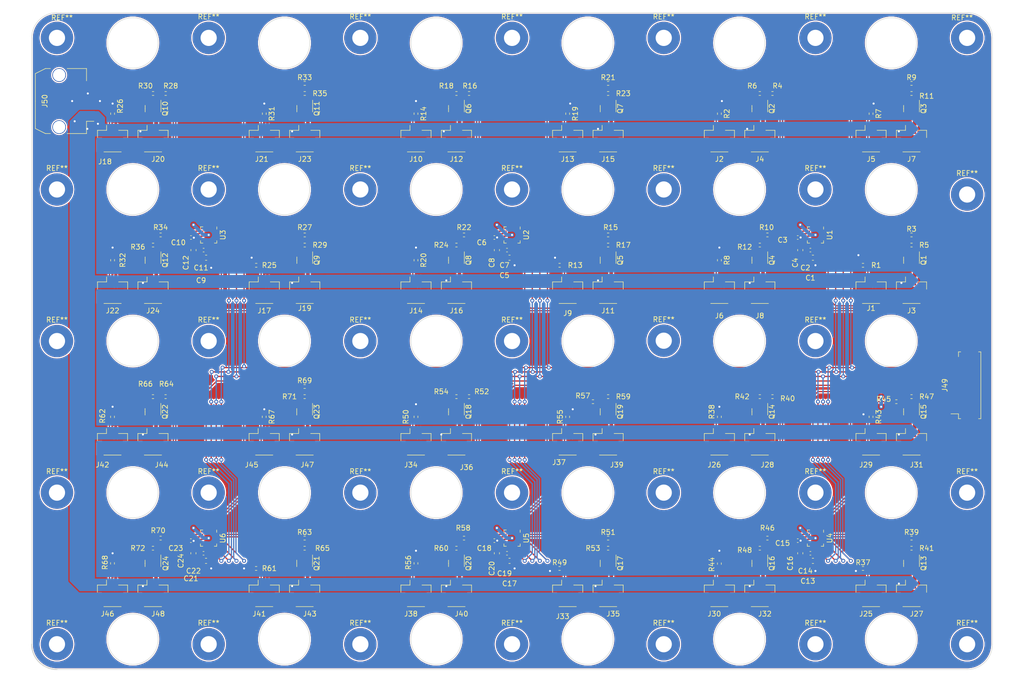
<source format=kicad_pcb>
(kicad_pcb (version 20211014) (generator pcbnew)
  (layers (0 "F.Cu" signal) (31 "B.Cu" signal) (34 "B.Paste" user) (35 "F.Paste" user) (36 "B.SilkS" user "B.Silkscreen") (37 "F.SilkS" user "F.Silkscreen") (38 "B.Mask" user) (39 "F.Mask" user) (44 "Edge.Cuts" user))
  (net 0 "")
  (net 1 "GND")
  (net 2 "Net-(C4-Pad1)")
  (net 3 "Net-(C8-Pad1)")
  (net 4 "Net-(C12-Pad1)")
  (net 5 "Net-(C16-Pad1)")
  (net 6 "Net-(C20-Pad1)")
  (net 7 "Net-(C24-Pad1)")
  (net 8 "/unit0/AIN0.0")
  (net 9 "/unit0/AIN4.0")
  (net 10 "Net-(J4-Pad2)")
  (net 11 "/unit0/AIN2.0")
  (net 12 "/unit0/AIN6.0")
  (net 13 "Net-(J7-Pad2)")
  (net 14 "Net-(J8-Pad2)")
  (net 15 "/unit1/AIN0.0")
  (net 16 "/unit1/AIN4.0")
  (net 17 "Net-(J12-Pad2)")
  (net 18 "/unit1/AIN2.0")
  (net 19 "/unit1/AIN6.0")
  (net 20 "Net-(J15-Pad2)")
  (net 21 "Net-(J16-Pad2)")
  (net 22 "/unit2/AIN0.0")
  (net 23 "/unit2/AIN4.0")
  (net 24 "Net-(J20-Pad2)")
  (net 25 "/unit2/AIN2.0")
  (net 26 "/unit2/AIN6.0")
  (net 27 "Net-(J23-Pad2)")
  (net 28 "Net-(J24-Pad2)")
  (net 29 "/unit3/AIN0.0")
  (net 30 "/unit3/AIN4.0")
  (net 31 "Net-(J28-Pad2)")
  (net 32 "/unit3/AIN2.0")
  (net 33 "/unit3/AIN6.0")
  (net 34 "Net-(J31-Pad2)")
  (net 35 "Net-(J32-Pad2)")
  (net 36 "/unit4/AIN0.0")
  (net 37 "/unit4/AIN4.0")
  (net 38 "Net-(J36-Pad2)")
  (net 39 "/unit4/AIN2.0")
  (net 40 "/unit4/AIN6.0")
  (net 41 "Net-(J39-Pad2)")
  (net 42 "Net-(J40-Pad2)")
  (net 43 "/unit5/AIN0.0")
  (net 44 "/unit5/AIN4.0")
  (net 45 "Net-(J44-Pad2)")
  (net 46 "/unit5/AIN2.0")
  (net 47 "/unit5/AIN6.0")
  (net 48 "Net-(J47-Pad2)")
  (net 49 "Net-(J48-Pad2)")
  (net 50 "/CS_0")
  (net 51 "/CS_1")
  (net 52 "/CS_2")
  (net 53 "/CS_3")
  (net 54 "/CS_4")
  (net 55 "/CS_5")
  (net 56 "/SCLK")
  (net 57 "/SDO")
  (net 58 "/SDI")
  (net 59 "Net-(Q1-Pad1)")
  (net 60 "Net-(Q2-Pad1)")
  (net 61 "Net-(Q3-Pad1)")
  (net 62 "Net-(Q4-Pad1)")
  (net 63 "Net-(Q5-Pad1)")
  (net 64 "Net-(Q6-Pad1)")
  (net 65 "Net-(Q7-Pad1)")
  (net 66 "Net-(Q8-Pad1)")
  (net 67 "Net-(Q9-Pad1)")
  (net 68 "Net-(Q10-Pad1)")
  (net 69 "Net-(Q11-Pad1)")
  (net 70 "Net-(Q12-Pad1)")
  (net 71 "Net-(Q13-Pad1)")
  (net 72 "Net-(Q14-Pad1)")
  (net 73 "Net-(Q15-Pad1)")
  (net 74 "Net-(Q16-Pad1)")
  (net 75 "Net-(Q17-Pad1)")
  (net 76 "Net-(Q18-Pad1)")
  (net 77 "Net-(Q19-Pad1)")
  (net 78 "Net-(Q20-Pad1)")
  (net 79 "Net-(Q21-Pad1)")
  (net 80 "Net-(Q22-Pad1)")
  (net 81 "Net-(Q23-Pad1)")
  (net 82 "Net-(Q24-Pad1)")
  (net 83 "/unit0/AIN1.0")
  (net 84 "/unit0/AIN5.0")
  (net 85 "/unit0/AIN3.0")
  (net 86 "/unit0/AIN7.0")
  (net 87 "/unit1/AIN1.0")
  (net 88 "/unit1/AIN5.0")
  (net 89 "/unit1/AIN3.0")
  (net 90 "/unit1/AIN7.0")
  (net 91 "/unit2/AIN1.0")
  (net 92 "/unit2/AIN5.0")
  (net 93 "/unit2/AIN3.0")
  (net 94 "/unit2/AIN7.0")
  (net 95 "/unit3/AIN1.0")
  (net 96 "/unit3/AIN5.0")
  (net 97 "/unit3/AIN3.0")
  (net 98 "/unit3/AIN7.0")
  (net 99 "/unit4/AIN1.0")
  (net 100 "/unit4/AIN5.0")
  (net 101 "/unit4/AIN3.0")
  (net 102 "/unit4/AIN7.0")
  (net 103 "/unit5/AIN1.0")
  (net 104 "/unit5/AIN5.0")
  (net 105 "/unit5/AIN3.0")
  (net 106 "/unit5/AIN7.0")
  (net 107 "Net-(J3-Pad2)")
  (net 108 "Net-(J11-Pad2)")
  (net 109 "Net-(J19-Pad2)")
  (net 110 "Net-(J27-Pad2)")
  (net 111 "Net-(J35-Pad2)")
  (net 112 "Net-(J43-Pad2)")
  (net 113 "3.3V")
  (net 114 "24V")
  (footprint "MountingHole:MountingHole_3.2mm_M3_Pad" (layer "F.Cu") (at 239.949 101.615)
    (fp_text reference "REF**")
    (fp_text value "MountingHole_3.2mm_M3_Pad")
  )
  (footprint "Connector_JST:JST_GH_SM02B-GHS-TB_1x02-1MP_P1.25mm_Horizontal" (layer "F.Cu") (at 130.929508 151.615)
    (fp_text reference "J42")
    (fp_text value "Conn_01x02_sens")
  )
  (footprint "Resistor_SMD:R_0402_1005Metric_Pad0.72x0.64mm_HandSolder" (layer "F.Cu") (at 138.949 112.615 180)
    (fp_text reference "R36")
    (fp_text value "100k")
  )
  (footprint "Connector_JST:JST_GH_SM02B-GHS-TB_1x02-1MP_P1.25mm_Horizontal" (layer "F.Cu") (at 138.929508 181.615)
    (fp_text reference "J48")
    (fp_text value "Conn_01x02_heater")
  )
  (footprint "Connector_JST:JST_GH_SM02B-GHS-TB_1x02-1MP_P1.25mm_Horizontal" (layer "F.Cu") (at 190.949 181.615)
    (fp_text reference "J38")
    (fp_text value "Conn_01x02_sens")
  )
  (footprint "Package_TO_SOT_SMD:SOT-23" (layer "F.Cu") (at 168.929508 175.615 -90)
    (fp_text reference "Q21")
    (fp_text value "DMG3418L")
  )
  (footprint "MountingHole:MountingHole_3.2mm_M3_Pad" (layer "F.Cu") (at 149.949 131.615)
    (fp_text reference "REF**")
    (fp_text value "MountingHole_3.2mm_M3_Pad")
  )
  (footprint "MountingHole:MountingHole_3.2mm_M3_Pad" (layer "F.Cu") (at 149.949 161.615)
    (fp_text reference "REF**")
    (fp_text value "MountingHole_3.2mm_M3_Pad")
  )
  (footprint "Resistor_SMD:R_0402_1005Metric_Pad0.72x0.64mm_HandSolder" (layer "F.Cu") (at 228.949 142.615 180)
    (fp_text reference "R59")
    (fp_text value "100k")
  )
  (footprint "Connector_JST:JST_GH_SM02B-GHS-TB_1x02-1MP_P1.25mm_Horizontal" (layer "F.Cu") (at 228.949 151.615)
    (fp_text reference "J39")
    (fp_text value "Conn_01x02_heater")
  )
  (footprint "MountingHole:MountingHole_3.2mm_M3_Pad" (layer "F.Cu") (at 269.949 161.615)
    (fp_text reference "REF**")
    (fp_text value "MountingHole_3.2mm_M3_Pad")
  )
  (footprint "Resistor_SMD:R_0402_1005Metric_Pad0.72x0.64mm_HandSolder" (layer "F.Cu") (at 141.449 82.615 180)
    (fp_text reference "R28")
    (fp_text value "1k")
  )
  (footprint "Package_TO_SOT_SMD:SOT-23" (layer "F.Cu") (at 168.949 85.615 -90)
    (fp_text reference "Q11")
    (fp_text value "DMG3418L")
  )
  (footprint "MountingHole:MountingHole_3.2mm_M3_Pad" (layer "F.Cu") (at 209.949 161.615)
    (fp_text reference "REF**")
    (fp_text value "MountingHole_3.2mm_M3_Pad")
  )
  (footprint "Resistor_SMD:R_0402_1005Metric_Pad0.72x0.64mm_HandSolder" (layer "F.Cu") (at 190.949 86.615 -90)
    (fp_text reference "R14")
    (fp_text value "10k")
  )
  (footprint "Connector_JST:JST_GH_SM02B-GHS-TB_1x02-1MP_P1.25mm_Horizontal" (layer "F.Cu") (at 198.949 121.615)
    (fp_text reference "J16")
    (fp_text value "Conn_01x02_heater")
  )
  (footprint "Connector_JST:JST_GH_SM02B-GHS-TB_1x02-1MP_P1.25mm_Horizontal" (layer "F.Cu") (at 160.929508 151.615)
    (fp_text reference "J45")
    (fp_text value "Conn_01x02_sens")
  )
  (footprint "MountingHole:MountingHole_3.2mm_M3_Pad" (layer "F.Cu") (at 179.949 161.615)
    (fp_text reference "REF**")
    (fp_text value "MountingHole_3.2mm_M3_Pad")
  )
  (footprint "MountingHole:MountingHole_3.2mm_M3_Pad" (layer "F.Cu") (at 299.949 71.615)
    (fp_text reference "REF**")
    (fp_text value "MountingHole_3.2mm_M3_Pad")
  )
  (footprint "MountingHole:MountingHole_3.2mm_M3_Pad" (layer "F.Cu") (at 149.949 101.615)
    (fp_text reference "REF**")
    (fp_text value "MountingHole_3.2mm_M3_Pad")
  )
  (footprint "Resistor_SMD:R_0402_1005Metric_Pad0.72x0.64mm_HandSolder" (layer "F.Cu") (at 198.949 82.615 180)
    (fp_text reference "R18")
    (fp_text value "100k")
  )
  (footprint "Resistor_SMD:R_0402_1005Metric_Pad0.72x0.64mm_HandSolder" (layer "F.Cu") (at 285.949 143.615)
    (fp_text reference "R45")
    (fp_text value "1k")
  )
  (footprint "Capacitor_SMD:C_0402_1005Metric_Pad0.74x0.62mm_HandSolder" (layer "F.Cu") (at 148.949 113.615 180)
    (fp_text reference "C11")
    (fp_text value "100n")
  )
  (footprint "Resistor_SMD:R_0402_1005Metric_Pad0.72x0.64mm_HandSolder" (layer "F.Cu") (at 168.949 112.615 180)
    (fp_text reference "R29")
    (fp_text value "100k")
  )
  (footprint "Connector_JST:JST_GH_SM02B-GHS-TB_1x02-1MP_P1.25mm_Horizontal" (layer "F.Cu") (at 280.949 91.615)
    (fp_text reference "J5")
    (fp_text value "Conn_01x02_sens")
  )
  (footprint "Connector_JST:JST_GH_SM02B-GHS-TB_1x02-1MP_P1.25mm_Horizontal" (layer "F.Cu") (at 288.949 121.615)
    (fp_text reference "J3")
    (fp_text value "Conn_01x02_heater")
  )
  (footprint "Connector_JST:JST_GH_SM02B-GHS-TB_1x02-1MP_P1.25mm_Horizontal" (layer "F.Cu") (at 220.949 121.615)
    (fp_text reference "J9")
    (fp_text value "Conn_01x02_sens")
  )
  (footprint "MountingHole:MountingHole_3.2mm_M3_Pad" (layer "F.Cu") (at 119.949 131.615)
    (fp_text reference "REF**")
    (fp_text value "MountingHole_3.2mm_M3_Pad")
  )
  (footprint "Resistor_SMD:R_0402_1005Metric_Pad0.72x0.64mm_HandSolder" (layer "F.Cu") (at 260.449 170.615 180)
    (fp_text reference "R46")
    (fp_text value "1k")
  )
  (footprint "Connector_JST:JST_GH_SM02B-GHS-TB_1x02-1MP_P1.25mm_Horizontal" (layer "F.Cu") (at 168.949 91.615)
    (fp_text reference "J23")
    (fp_text value "Conn_01x02_heater")
  )
  (footprint "Resistor_SMD:R_0402_1005Metric_Pad0.72x0.64mm_HandSolder" (layer "F.Cu") (at 201.449 142.615 180)
    (fp_text reference "R52")
    (fp_text value "1k")
  )
  (footprint "Connector_JST:JST_GH_SM02B-GHS-TB_1x02-1MP_P1.25mm_Horizontal" (layer "F.Cu") (at 250.949 151.615)
    (fp_text reference "J26")
    (fp_text value "Conn_01x02_sens")
  )
  (footprint "Resistor_SMD:R_0402_1005Metric_Pad0.72x0.64mm_HandSolder" (layer "F.Cu") (at 279.3515 176.615)
    (fp_text reference "R37")
    (fp_text value "10k")
  )
  (footprint "Resistor_SMD:R_0402_1005Metric_Pad0.72x0.64mm_HandSolder" (layer "F.Cu") (at 168.949 110.615)
    (fp_text reference "R27")
    (fp_text value "1k")
  )
  (footprint "MountingHole:MountingHole_3.2mm_M3_Pad" (layer "F.Cu") (at 209.949 71.615)
    (fp_text reference "REF**")
    (fp_text value "MountingHole_3.2mm_M3_Pad")
  )
  (footprint "Package_TO_SOT_SMD:SOT-23" (layer "F.Cu") (at 288.949 175.615 -90)
    (fp_text reference "Q13")
    (fp_text value "DMG3418L")
  )
  (footprint "Connector_JST:JST_GH_SM02B-GHS-TB_1x02-1MP_P1.25mm_Horizontal" (layer "F.Cu") (at 250.949 181.615)
    (fp_text reference "J30")
    (fp_text value "Conn_01x02_sens")
  )
  (footprint "Package_DFN_QFN:WQFN-16-1EP_3x3mm_P0.5mm_EP1.68x1.68mm" (layer "F.Cu") (at 149.929508 170.615 -90)
    (fp_text reference "U6")
    (fp_text value "ADS7028")
  )
  (footprint "Connector_JST:JST_GH_SM02B-GHS-TB_1x02-1MP_P1.25mm_Horizontal" (layer "F.Cu") (at 228.949 181.615)
    (fp_text reference "J35")
    (fp_text value "Conn_01x02_heater")
  )
  (footprint "Resistor_SMD:R_0402_1005Metric_Pad0.72x0.64mm_HandSolder" (layer "F.Cu") (at 141.429508 142.615 180)
    (fp_text reference "R64")
    (fp_text value "1k")
  )
  (footprint "Resistor_SMD:R_0402_1005Metric_Pad0.72x0.64mm_HandSolder" (layer "F.Cu") (at 130.929508 175.615 -90)
    (fp_text reference "R68")
    (fp_text value "10k")
  )
  (footprint "Resistor_SMD:R_0402_1005Metric_Pad0.72x0.64mm_HandSolder" (layer "F.Cu") (at 138.929508 142.615 180)
    (fp_text reference "R66")
    (fp_text value "100k")
  )
  (footprint "Connector_JST:JST_GH_SM02B-GHS-TB_1x02-1MP_P1.25mm_Horizontal" (layer "F.Cu") (at 190.949 121.615)
    (fp_text reference "J14")
    (fp_text value "Conn_01x02_sens")
  )
  (footprint "Resistor_SMD:R_0402_1005Metric_Pad0.72x0.64mm_HandSolder" (layer "F.Cu") (at 261.449 82.615 180)
    (fp_text reference "R4")
    (fp_text value "1k")
  )
  (footprint "Resistor_SMD:R_0402_1005Metric_Pad0.72x0.64mm_HandSolder" (layer "F.Cu") (at 250.949 86.615 -90)
    (fp_text reference "R2")
    (fp_text value "10k")
  )
  (footprint "Capacitor_SMD:C_0402_1005Metric_Pad0.74x0.62mm_HandSolder" (layer "F.Cu") (at 206.449 111.115 180)
    (fp_text reference "C6")
    (fp_text value "100n")
  )
  (footprint "Resistor_SMD:R_0402_1005Metric_Pad0.72x0.64mm_HandSolder" (layer "F.Cu") (at 279.3515 116.615)
    (fp_text reference "R1")
    (fp_text value "10k")
  )
  (footprint "Resistor_SMD:R_0402_1005Metric_Pad0.72x0.64mm_HandSolder" (layer "F.Cu") (at 228.949 82.615 180)
    (fp_text reference "R23")
    (fp_text value "100k")
  )
  (footprint "Resistor_SMD:R_0402_1005Metric_Pad0.72x0.64mm_HandSolder" (layer "F.Cu") (at 200.449 110.615 180)
    (fp_text reference "R22")
    (fp_text value "1k")
  )
  (footprint "Resistor_SMD:R_0402_1005Metric_Pad0.72x0.64mm_HandSolder" (layer "F.Cu") (at 130.949 115.615 -90)
    (fp_text reference "R32")
    (fp_text value "10k")
  )
  (footprint "Capacitor_SMD:C_0402_1005Metric_Pad0.74x0.62mm_HandSolder" (layer "F.Cu") (at 266.449 111.115 180)
    (fp_text reference "C3")
    (fp_text value "100n")
  )
  (footprint "Resistor_SMD:R_0402_1005Metric_Pad0.72x0.64mm_HandSolder" (layer "F.Cu") (at 198.949 142.615 180)
    (fp_text reference "R54")
    (fp_text value "100k")
  )
  (footprint "Package_TO_SOT_SMD:SOT-23" (layer "F.Cu") (at 258.949 145.615 -90)
    (fp_text reference "Q14")
    (fp_text value "DMG3418L")
  )
  (footprint "Connector_JST:JST_GH_SM02B-GHS-TB_1x02-1MP_P1.25mm_Horizontal" (layer "F.Cu") (at 168.949 121.615)
    (fp_text reference "J19")
    (fp_text value "Conn_01x02_heater")
  )
  (footprint "MountingHole:MountingHole_3.2mm_M3_Pad" (layer "F.Cu") (at 239.949 161.615)
    (fp_text reference "REF**")
    (fp_text value "MountingHole_3.2mm_M3_Pad")
  )
  (footprint "MountingHole:MountingHole_3.2mm_M3_Pad" (layer "F.Cu") (at 239.949 131.544)
    (fp_text reference "REF**")
    (fp_text value "MountingHole_3.2mm_M3_Pad")
  )
  (footprint "Resistor_SMD:R_0402_1005Metric_Pad0.72x0.64mm_HandSolder" (layer "F.Cu") (at 168.929508 172.615 180)
    (fp_text reference "R65")
    (fp_text value "100k")
  )
  (footprint "MountingHole:MountingHole_3.2mm_M3_Pad" (layer "F.Cu") (at 179.949 71.615)
    (fp_text reference "REF**")
    (fp_text value "MountingHole_3.2mm_M3_Pad")
  )
  (footprint "MountingHole:MountingHole_3.2mm_M3_Pad" (layer "F.Cu") (at 299.949 191.615)
    (fp_text reference "REF**")
    (fp_text value "MountingHole_3.2mm_M3_Pad")
  )
  (footprint "Package_DFN_QFN:WQFN-16-1EP_3x3mm_P0.5mm_EP1.68x1.68mm" (layer "F.Cu") (at 269.949 110.615 -90)
    (fp_text reference "U1")
    (fp_text value "ADS7028")
  )
  (footprint "Package_TO_SOT_SMD:SOT-23" (layer "F.Cu") (at 288.949 145.615 -90)
    (fp_text reference "Q15")
    (fp_text value "DMG3418L")
  )
  (footprint "Connector_JST:JST_GH_SM02B-GHS-TB_1x02-1MP_P1.25mm_Horizontal" (layer "F.Cu") (at 250.949 91.615)
    (fp_text reference "J2")
    (fp_text value "Conn_01x02_sens")
  )
  (footprint "Connector_JST:JST_GH_SM02B-GHS-TB_1x02-1MP_P1.25mm_Horizontal" (layer "F.Cu") (at 160.949 121.615)
    (fp_text reference "J17")
    (fp_text value "Conn_01x02_sens")
  )
  (footprint "Resistor_SMD:R_0402_1005Metric_Pad0.72x0.64mm_HandSolder" (layer "F.Cu") (at 190.949 175.615 -90)
    (fp_text reference "R56")
    (fp_text value "10k")
  )
  (footprint "Capacitor_SMD:C_0603_1608Metric_Pad1.08x0.95mm_HandSolder" (layer "F.Cu") (at 269.449 115.115 180)
    (fp_text reference "C1")
    (fp_text value "1u")
  )
  (footprint "Resistor_SMD:R_0402_1005Metric_Pad0.72x0.64mm_HandSolder" (layer "F.Cu") (at 220.949 86.615 -90)
    (fp_text reference "R19")
    (fp_text value "10k")
  )
  (footprint "Resistor_SMD:R_0402_1005Metric_Pad0.72x0.64mm_HandSolder" (layer "F.Cu") (at 258.949 142.615 180)
    (fp_text reference "R42")
    (fp_text value "100k")
  )
  (footprint "Resistor_SMD:R_0402_1005Metric_Pad0.72x0.64mm_HandSolder" (layer "F.Cu") (at 288.949 170.615)
    (fp_text reference "R39")
    (fp_text value "1k")
  )
  (footprint "Resistor_SMD:R_0402_1005Metric_Pad0.72x0.64mm_HandSolder" (layer "F.Cu") (at 219.3515 116.615)
    (fp_text reference "R13")
    (fp_text value "10k")
  )
  (footprint "MountingHole:MountingHole_3.2mm_M3_Pad" (layer "F.Cu") (at 119.949 71.615)
    (fp_text reference "REF**")
    (fp_text value "MountingHole_3.2mm_M3_Pad")
  )
  (footprint "Resistor_SMD:R_0402_1005Metric_Pad0.72x0.64mm_HandSolder" (layer "F.Cu") (at 228.949 172.615 180)
    (fp_text reference "R53")
    (fp_text value "100k")
  )
  (footprint "Package_TO_SOT_SMD:SOT-23" (layer "F.Cu") (at 198.949 115.615 -90)
    (fp_text reference "Q8")
    (fp_text value "DMG3418L")
  )
  (footprint "Connector_JST:JST_GH_SM02B-GHS-TB_1x02-1MP_P1.25mm_Horizontal" (layer "F.Cu") (at 220.949 91.615)
    (fp_text reference "J13")
    (fp_text value "Conn_01x02_sens")
  )
  (footprint "MountingHole:MountingHole_3.2mm_M3_Pad" (layer "F.Cu") (at 269.949 71.615)
    (fp_text reference "REF**")
    (fp_text value "MountingHole_3.2mm_M3_Pad")
  )
  (footprint "Capacitor_SMD:C_0402_1005Metric_Pad0.74x0.62mm_HandSolder" (layer "F.Cu") (at 268.949 173.615 180)
    (fp_text reference "C14")
    (fp_text value "100n")
  )
  (footprint "Resistor_SMD:R_0402_1005Metric_Pad0.72x0.64mm_HandSolder" (layer "F.Cu") (at 140.449 170.615 180)
    (fp_text reference "R70")
    (fp_text value "1k")
  )
  (footprint "Resistor_SMD:R_0402_1005Metric_Pad0.72x0.64mm_HandSolder" (layer "F.Cu") (at 168.929508 142.615 180)
    (fp_text reference "R71")
    (fp_text value "100k")
  )
  (footprint "Capacitor_SMD:C_0603_1608Metric_Pad1.08x0.95mm_HandSolder" (layer "F.Cu") (at 149.449 115.115 180)
    (fp_text reference "C9")
    (fp_text value "1u")
  )
  (footprint "Resistor_SMD:R_0402_1005Metric_Pad0.72x0.64mm_HandSolder" (layer "F.Cu") (at 288.949 110.615)
    (fp_text reference "R3")
    (fp_text value "1k")
  )
  (footprint "Capacitor_SMD:C_0603_1608Metric_Pad1.08x0.95mm_HandSolder" (layer "F.Cu") (at 266.949 113.615 -90)
    (fp_text reference "C4")
    (fp_text value "1u")
  )
  (footprint "Resistor_SMD:R_0402_1005Metric_Pad0.72x0.64mm_HandSolder" (layer "F.Cu") (at 190.949 146.615 -90)
    (fp_text reference "R50")
    (fp_text value "10k")
  )
  (footprint "Resistor_SMD:R_0402_1005Metric_Pad0.72x0.64mm_HandSolder" (layer "F.Cu") (at 168.929508 140.615)
    (fp_text reference "R69")
    (fp_text value "1k")
  )
  (footprint "Resistor_SMD:R_0402_1005Metric_Pad0.72x0.64mm_HandSolder" (layer "F.Cu") (at 140.449 110.615 180)
    (fp_text reference "R34")
    (fp_text value "1k")
  )
  (footprint "Connector_JST:JST_GH_SM02B-GHS-TB_1x02-1MP_P1.25mm_Horizontal" (layer "F.Cu") (at 228.949 121.615)
    (fp_text reference "J11")
    (fp_text value "Conn_01x02_heater")
  )
  (footprint "MountingHole:MountingHole_3.2mm_M3_Pad" (layer "F.Cu") (at 239.949 191.615)
    (fp_text reference "REF**")
    (fp_text value "MountingHole_3.2mm_M3_Pad")
  )
  (footprint "MountingHole:MountingHole_3.2mm_M3_Pad" (layer "F.Cu") (at 239.949 71.615)
    (fp_text reference "REF**")
    (fp_text value "MountingHole_3.2mm_M3_Pad")
  )
  (footprint "Capacitor_SMD:C_0603_1608Metric_Pad1.08x0.95mm_HandSolder" (layer "F.Cu") (at 146.929508 173.615 -90)
    (fp_text reference "C24")
    (fp_text value "1u")
  )
  (footprint "Connector_JST:JST_GH_SM02B-GHS-TB_1x02-1MP_P1.25mm_Horizontal" (layer "F.Cu") (at 190.949 151.615)
    (fp_text reference "J34")
    (fp_text value "Conn_01x02_sens")
  )
  (footprint "Capacitor_SMD:C_0603_1608Metric_Pad1.08x0.95mm_HandSolder" (layer "F.Cu") (at 146.949 113.615 -90)
    (fp_text reference "C12")
    (fp_text value "1u")
  )
  (footprint "Package_TO_SOT_SMD:SOT-23" (layer "F.Cu") (at 228.949 85.615 -90)
    (fp_text reference "Q7")
    (fp_text value "DMG3418L")
  )
  (footprint "Package_TO_SOT_SMD:SOT-23" (layer "F.Cu") (at 168.949 115.615 -90)
    (fp_text reference "Q9")
    (fp_text value "DMG3418L")
  )
  (footprint "Resistor_SMD:R_0402_1005Metric_Pad0.72x0.64mm_HandSolder" (layer "F.Cu") (at 225.949 143.615)
    (fp_text reference "R57")
    (fp_text value "1k")
  )
  (footprint "Package_DFN_QFN:WQFN-16-1EP_3x3mm_P0.5mm_EP1.68x1.68mm" (layer "F.Cu") (at 149.949 110.615 -90)
    (fp_text reference "U3")
    (fp_text value "ADS7028")
  )
  (footprint "Resistor_SMD:R_0402_1005Metric_Pad0.72x0.64mm_HandSolder" (layer "F.Cu") (at 228.949 110.615)
    (fp_text reference "R15")
    (fp_text value "1k")
  )
  (footprint "Resistor_SMD:R_0402_1005Metric_Pad0.72x0.64mm_HandSolder" (layer "F.Cu") (at 219.3515 176.615)
    (fp_text reference "R49")
    (fp_text value "10k")
  )
  (footprint "Package_TO_SOT_SMD:SOT-23" (layer "F.Cu") (at 198.949 175.615 -90)
    (fp_text reference "Q20")
    (fp_text value "DMG3418L")
  )
  (footprint "Package_TO_SOT_SMD:SOT-23" (layer "F.Cu") (at 198.949 85.615 -90)
    (fp_text reference "Q6")
    (fp_text value "DMG3418L")
  )
  (footprint "Connector_JST:JST_GH_SM02B-GHS-TB_1x02-1MP_P1.25mm_Horizontal" (layer "F.Cu") (at 288.949 181.615)
    (fp_text reference "J27")
    (fp_text value "Conn_01x02_heater")
  )
  (footprint "Resistor_SMD:R_0402_1005Metric_Pad0.72x0.64mm_HandSolder" (layer "F.Cu") (at 228.949 80.615)
    (fp_text reference "R21")
    (fp_text value "1k")
  )
  (footprint "Package_TO_SOT_SMD:SOT-23" (layer "F.Cu") (at 198.949 145.615 -90)
    (fp_text reference "Q18")
    (fp_text value "DMG3418L")
  )
  (footprint "MountingHole:MountingHole_3.2mm_M3_Pad" (layer "F.Cu") (at 209.949 191.615)
    (fp_text reference "REF**")
    (fp_text value "MountingHole_3.2mm_M3_Pad")
  )
  (footprint "Resistor_SMD:R_0402_1005Metric_Pad0.72x0.64mm_HandSolder" (layer "F.Cu") (at 200.449 170.615 180)
    (fp_text reference "R58")
    (fp_text value "1k")
  )
  (footprint "MountingHole:MountingHole_3.2mm_M3_Pad" (layer "F.Cu") (at 269.949 101.615)
    (fp_text reference "REF**")
    (fp_text value "MountingHole_3.2mm_M3_Pad")
  )
  (footprint "Resistor_SMD:R_0402_1005Metric_Pad0.72x0.64mm_HandSolder" (layer "F.Cu") (at 130.929508 146.615 -90)
    (fp_text reference "R62")
    (fp_text value "10k")
  )
  (footprint "Resistor_SMD:R_0402_1005Metric_Pad0.72x0.64mm_HandSolder" (layer "F.Cu") (at 168.929508 170.615)
    (fp_text reference "R63")
    (fp_text value "1k")
  )
  (footprint "Resistor_SMD:R_0402_1005Metric_Pad0.72x0.64mm_HandSolder" (layer "F.Cu") (at 168.949 80.615)
    (fp_text reference "R33")
    (fp_text value "1k")
  )
  (footprint "MountingHole:MountingHole_3.2mm_M3_Pad" (layer "F.Cu") (at 209.949 131.615)
    (fp_text reference "REF**")
    (fp_text value "MountingHole_3.2mm_M3_Pad")
  )
  (footprint "Package_TO_SOT_SMD:SOT-23" (layer "F.Cu") (at 288.949 115.615 -90)
    (fp_text reference "Q1")
    (fp_text value "DMG3418L")
  )
  (footprint "Resistor_SMD:R_0402_1005Metric_Pad0.72x0.64mm_HandSolder" (layer "F.Cu") (at 159.332008 176.615)
    (fp_text reference "R61")
    (fp_text value "10k")
  )
  (footprint "MountingHole:MountingHole_3.2mm_M3_Pad" (layer "F.Cu") (at 179.949 131.615)
    (fp_text reference "REF**")
    (fp_text value "MountingHole_3.2mm_M3_Pad")
  )
  (footprint "Resistor_SMD:R_0402_1005Metric_Pad0.72x0.64mm_HandSolder" (layer "F.Cu") (at 198.949 172.615 180)
    (fp_text reference "R60")
    (fp_text value "100k")
  )
  (footprint "Resistor_SMD:R_0402_1005Metric_Pad0.72x0.64mm_HandSolder" (layer "F.Cu") (at 258.949 82.615 180)
    (fp_text reference "R6")
    (fp_text value "100k")
  )
  (footprint "Capacitor_SMD:C_0402_1005Metric_Pad0.74x0.62mm_HandSolder" (layer "F.Cu") (at 208.949 173.615 180)
    (fp_text reference "C19")
    (fp_text value "100n")
  )
  (footprint "Capacitor_SMD:C_0402_1005Metric_Pad0.74x0.62mm_HandSolder" (layer "F.Cu") (at 146.449 111.115 180)
    (fp_text reference "C10")
    (fp_text value "100n")
  )
  (footprint "Resistor_SMD:R_0402_1005Metric_Pad0.72x0.64mm_HandSolder" (layer "F.Cu") (at 190.949 115.615 -90)
    (fp_text reference "R20")
    (fp_text value "10k")
  )
  (footprint "Capacitor_SMD:C_0402_1005Metric_Pad0.74x0.62mm_HandSolder" (layer "F.Cu") (at 268.949 113.615 180)
    (fp_text reference "C2")
    (fp_text value "100n")
  )
  (footprint "MountingHole:MountingHole_3.2mm_M3_Pad" (layer "F.Cu") (at 149.949 71.615)
    (fp_text reference "REF**")
    (fp_text value "MountingHole_3.2mm_M3_Pad")
  )
  (footprint "MountingHole:MountingHole_3.2mm_M3_Pad" (layer "F.Cu") (at 269.949 131.615)
    (fp_text reference "REF**")
    (fp_text value "MountingHole_3.2mm_M3_Pad")
  )
  (footprint "Capacitor_SMD:C_0402_1005Metric_Pad0.74x0.62mm_HandSolder" (layer "F.Cu") (at 266.449 171.115 180)
    (fp_text reference "C15")
    (fp_text value "100n")
  )
  (footprint "Package_TO_SOT_SMD:SOT-23" (layer "F.Cu") (at 138.949 85.615 -90)
    (fp_text reference "Q10")
    (fp_text value "DMG3418L")
  )
  (footprint "Resistor_SMD:R_0402_1005Metric_Pad0.72x0.64mm_HandSolder" (layer "F.Cu") (at 288.949 80.615)
    (fp_text reference "R9")
    (fp_text value "1k")
  )
  (footprint "Capacitor_SMD:C_0603_1608Metric_Pad1.08x0.95mm_HandSolder" (layer "F.Cu") (at 269.449 175.115 180)
    (fp_text reference "C13")
    (fp_text value "1u")
  )
  (footprint "Connector_JST:JST_GH_SM02B-GHS-TB_1x02-1MP_P1.25mm_Horizontal" (layer "F.Cu") (at 258.949 91.615)
    (fp_text reference "J4")
    (fp_text value "Conn_01x02_heater")
  )
  (footprint "Resistor_SMD:R_0402_1005Metric_Pad0.72x0.64mm_HandSolder" (layer "F.Cu") (at 159.3515 116.615)
    (fp_text reference "R25")
    (fp_text value "10k")
  )
  (footprint "Connector_JST:JST_GH_SM02B-GHS-TB_1x02-1MP_P1.25mm_Horizontal" (layer "F.Cu") (at 258.949 121.615)
    (fp_text reference "J8")
    (fp_text value "Conn_01x02_heater")
  )
  (footprint "Package_DFN_QFN:WQFN-16-1EP_3x3mm_P0.5mm_EP1.68x1.68mm" (layer "F.Cu") (at 269.949 170.615 -90)
    (fp_text reference "U4")
    (fp_text value "ADS7028")
  )
  (footprint "Resistor_SMD:R_0402_1005Metric_Pad0.72x0.64mm_HandSolder" (layer "F.Cu") (at 250.949 146.615 -90)
    (fp_text reference "R38")
    (fp_text value "10k")
  )
  (footprint "Resistor_SMD:R_0402_1005Metric_Pad0.72x0.64mm_HandSolder" (layer "F.Cu") (at 130.949 86.615 -90)
    (fp_text reference "R26")
    (fp_text value "10k")
  )
  (footprint "MountingHole:MountingHole_3.2mm_M3_Pad" (layer "F.Cu") (at 119.949 101.615)
    (fp_text reference "REF**")
    (fp_text value "MountingHole_3.2mm_M3_Pad")
  )
  (footprint "Resistor_SMD:R_0402_1005Metric_Pad0.72x0.64mm_HandSolder" (layer "F.Cu") (at 160.949 86.615 -90)
    (fp_text reference "R31")
    (fp_text value "10k")
  )
  (footprint "Capacitor_SMD:C_0402_1005Metric_Pad0.74x0.62mm_HandSolder" (layer "F.Cu") (at 146.429508 171.115 180)
    (fp_text reference "C23")
    (fp_text value "100n")
  )
  (footprint "Connector_JST:JST_GH_SM02B-GHS-TB_1x02-1MP_P1.25mm_Horizontal" (layer "F.Cu") (at 258.949 151.615)
    (fp_text reference "J28")
    (fp_text value "Conn_01x02_heater")
  )
  (footprint "Package_TO_SOT_SMD:SOT-23" (layer "F.Cu") (at 258.949 175.615 -90)
    (fp_text reference "Q16")
    (fp_text value "DMG3418L")
  )
  (footprint "Connector_JST:JST_GH_SM02B-GHS-TB_1x02-1MP_P1.25mm_Horizontal" (layer "F.Cu") (at 198.949 181.615)
    (fp_text reference "J40")
    (fp_text value "Conn_01x02_heater")
  )
  (footprint "Resistor_SMD:R_0402_1005Metric_Pad0.72x0.64mm_HandSolder" (layer "F.Cu") (at 228.949 112.615 180)
    (fp_text reference "R17")
    (fp_text value "100k")
  )
  (footprint "MountingHole:MountingHole_3.2mm_M3_Pad" (layer "F.Cu") (at 149.949 191.615)
    (fp_text reference "REF**")
    (fp_text value "MountingHole_3.2mm_M3_Pad")
  )
  (footprint "Package_TO_SOT_SMD:SOT-23" (layer "F.Cu") (at 168.929508 145.615 -90)
    (fp_text reference "Q23")
    (fp_text value "DMG3418L")
  )
  (footprint "Resistor_SMD:R_0402_1005Metric_Pad0.72x0.64mm_HandSolder" (layer "F.Cu") (at 280.949 86.615 -90)
    (fp_text reference "R7")
    (fp_text value "10k")
  )
  (footprint "Connector_JST:JST_GH_SM02B-GHS-TB_1x02-1MP_P1.25mm_Horizontal" (layer "F.Cu") (at 160.949 91.615)
    (fp_text reference "J21")
    (fp_text value "Conn_01x02_sens")
  )
  (footprint "Resistor_SMD:R_0402_1005Metric_Pad0.72x0.64mm_HandSolder" (layer "F.Cu") (at 288.949 82.615 180)
    (fp_text reference "R11")
    (fp_text value "100k")
  )
  (footprint "Resistor_SMD:R_0402_1005Metric_Pad0.72x0.64mm_HandSolder" (layer "F.Cu") (at 250.949 175.6625 -90)
    (fp_text reference "R44")
    (fp_text value "10k")
  )
  (footprint "MountingHole:MountingHole_3.2mm_M3_Pad" (layer "F.Cu") (at 179.949 191.615)
    (fp_text reference "REF**")
    (fp_text value "MountingHole_3.2mm_M3_Pad")
  )
  (footprint "Connector_JST:JST_GH_SM02B-GHS-TB_1x02-1MP_P1.25mm_Horizontal" (layer "F.Cu") (at 288.949 91.615)
    (fp_text reference "J7")
    (fp_text value "Conn_01x02_heater")
  )
  (footprint "Package_TO_SOT_SMD:SOT-23" (layer "F.Cu") (at 138.929508 145.615 -90)
    (fp_text reference "Q22")
    (fp_text value "DMG3418L")
  )
  (footprint "Capacitor_SMD:C_0603_1608Metric_Pad1.08x0.95mm_HandSolder" (layer "F.Cu") (at 209.449 175.115 180)
    (fp_text reference "C17")
    (fp_text value "1u")
  )
  (footprint "Resistor_SMD:R_0402_1005Metric_Pad0.72x0.64mm_HandSolder" (layer "F.Cu") (at 288.949 172.615 180)
    (fp_text reference "R41")
    (fp_text value "100k")
  )
  (footprint "Connector_JST:JST_GH_SM02B-GHS-TB_1x02-1MP_P1.25mm_Horizontal" (layer "F.Cu") (at 130.949 121.615)
    (fp_text reference "J22")
    (fp_text value "Conn_01x02_sens")
  )
  (footprint "Package_TO_SOT_SMD:SOT-23" (layer "F.Cu") (at 258.949 85.615 -90)
    (fp_text reference "Q2")
    (fp_text value "DMG3418L")
  )
  (footprint "MountingHole:MountingHole_3.2mm_M3_Pad" (layer "F.Cu") (at 269.949 191.615)
    (fp_text reference "REF**")
    (fp_text value "MountingHole_3.2mm_M3_Pad")
  )
  (footprint "Capacitor_SMD:C_0603_1608Metric_Pad1.08x0.95mm_HandSolder" (layer "F.Cu") (at 149.429508 175.115 180)
    (fp_text reference "C21")
    (fp_text value "1u")
  )
  (footprint "Connector_JST:JST_GH_SM02B-GHS-TB_1x02-1MP_P1.25mm_Horizontal" (layer "F.Cu") (at 220.949 181.615)
    (fp_text reference "J33")
    (fp_text value "Conn_01x02_sens")
  )
  (footprint "Connector_JST:JST_GH_SM02B-GHS-TB_1x02-1MP_P1.25mm_Horizontal" (layer "F.Cu") (at 138.949 91.615)
    (fp_text reference "J20")
    (fp_text value "Conn_01x02_heater")
  )
  (footprint "MountingHole:MountingHole_3.2mm_M3_Pad" (layer "F.Cu") (at 299.949 161.615)
    (fp_text reference "REF**")
    (fp_text value "MountingHole_3.2mm_M3_Pad")
  )
  (footprint "Resistor_SMD:R_0402_1005Metric_Pad0.72x0.64mm_HandSolder" (layer "F.Cu") (at 168.949 82.615 180)
    (fp_text reference "R35")
    (fp_text value "100k")
  )
  (footprint "Resistor_SMD:R_0402_1005Metric_Pad0.72x0.64mm_HandSolder" (layer "F.Cu") (at 258.949 172.615 180)
    (fp_text reference "R48")
    (fp_text value "100k")
  )
  (footprint "MountingHole:MountingHole_3.2mm_M3_Pad" (layer "F.Cu") (at 299.949 102.615)
    (fp_text reference "REF**")
    (fp_text value "MountingHole_3.2mm_M3_Pad")
  )
  (footprint "Connector_JST:JST_GH_SM02B-GHS-TB_1x02-1MP_P1.25mm_Horizontal" (layer "F.Cu") (at 168.929508 151.615)
    (fp_text reference "J47")
    (fp_text value "Conn_01x02_heater")
  )
  (footprint "MountingHole:MountingHole_3.2mm_M3_Pad" (layer "F.Cu") (at 209.949 101.615)
    (fp_text reference "REF**")
    (fp_text value "MountingHole_3.2mm_M3_Pad")
  )
  (footprint "Connector_JST:JST_GH_SM02B-GHS-TB_1x02-1MP_P1.25mm_Horizontal" (layer "F.Cu") (at 138.929508 151.615)
    (fp_text reference "J44")
    (fp_text value "Conn_01x02_heater")
  )
  (footprint "Package_TO_SOT_SMD:SOT-23" (layer "F.Cu") (at 288.949 85.615 -90)
    (fp_text reference "Q3")
    (fp_text value "DMG3418L")
  )
  (footprint "Package_TO_SOT_SMD:SOT-23" (layer "F.Cu") (at 228.949 115.615 -90)
    (fp_text reference "Q5")
    (fp_text value "DMG3418L")
  )
  (footprint "Resistor_SMD:R_0402_1005Metric_Pad0.72x0.64mm_HandSolder" (layer "F.Cu") (at 288.949 142.615 180)
    (fp_text reference "R47")
    (fp_text value "100k")
  )
  (footprint "Resistor_SMD:R_0402_1005Metric_Pad0.72x0.64mm_HandSolder" (layer "F.Cu") (at 280.949 146.615 -90)
    (fp_text reference "R43")
    (fp_text value "10k")
  )
  (footprint "Package_TO_SOT_SMD:SOT-23" (layer "F.Cu") (at 228.949 145.615 -90)
    (fp_text reference "Q19")
    (fp_text value "DMG3418L")
  )
  (footprint "Capacitor_SMD:C_0603_1608Metric_Pad1.08x0.95mm_HandSolder" (layer "F.Cu") (at 206.949 113.615 -90)
    (fp_text reference "C8")
    (fp_text value "1u")
  )
  (footprint "Package_DFN_QFN:WQFN-16-1EP_3x3mm_P0.5mm_EP1.68x1.68mm" (layer "F.Cu") (at 209.949 170.615 -90)
    (fp_text reference "U5")
    (fp_text value "ADS7028")
  )
  (footprint "Connector_JST:JST_GH_SM02B-GHS-TB_1x02-1MP_P1.25mm_Horizontal" (layer "F.Cu") (at 220.949 151.615)
    (fp_text reference "J37")
    (fp_text value "Conn_01x02_sens")
  )
  (footprint "Connector_JST:JST_GH_SM02B-GHS-TB_1x02-1MP_P1.25mm_Horizontal" (layer "F.Cu") (at 280.949 151.615)
    (fp_text reference "J29")
    (fp_text value "Conn_01x02_sens")
  )
  (footprint "Capacitor_SMD:C_0603_1608Metric_Pad1.08x0.95mm_HandSolder" (layer "F.Cu") (at 206.949 173.615 -90)
    (fp_text reference "C20")
    (fp_text value "1u")
  )
  (footprint "Capacitor_SMD:C_0603_1608Metric_Pad1.08x0.95mm_HandSolder" (layer "F.Cu") (at 209.449 115.115 180)
    (fp_text reference "C5")
    (fp_text value "1u")
  )
  (footprint "Connector_JST:JST_GH_SM02B-GHS-TB_1x02-1MP_P1.25mm_Horizontal" (layer "F.Cu") (at 258.949 181.615)
    (fp_text reference "J32")
    (fp_text value "Conn_01x02_heater")
  )
  (footprint "Connector_JST:JST_GH_SM02B-GHS-TB_1x02-1MP_P1.25mm_Horizontal" (layer "F.Cu") (at 198.949 151.615)
    (fp_text reference "J36")
    (fp_text value "Conn_01x02_heater")
  )
  (footprint "Resistor_SMD:R_0402_1005Metric_Pad0.72x0.64mm_HandSolder" (layer "F.Cu") (at 258.949 112.615 180)
    (fp_text reference "R12")
    (fp_text value "100k")
  )
  (footprint "Package_TO_SOT_SMD:SOT-23" (layer "F.Cu") (at 138.949 115.615 -90)
    (fp_text reference "Q12")
    (fp_text value "DMG3418L")
  )
  (footprint "Capacitor_SMD:C_0402_1005Metric_Pad0.74x0.62mm_HandSolder" (layer "F.Cu") (at 206.449 171.115 180)
    (fp_text reference "C18")
    (fp_text value "100n")
  )
  (footprint "Resistor_SMD:R_0402_1005Metric_Pad0.72x0.64mm_HandSolder" (layer "F.Cu") (at 260.449 110.615 180)
    (fp_text reference "R10")
    (fp_text value "1k")
  )
  (footprint "Connector_JST:JST_GH_SM02B-GHS-TB_1x02-1MP_P1.25mm_Horizontal" (layer "F.Cu") (at 130.949 91.615)
    (fp_text reference "J18")
    (fp_text value "Conn_01x02_sens")
  )
  (footprint "Connector_JST:JST_GH_SM02B-GHS-TB_1x02-1MP_P1.25mm_Horizontal" (layer "F.Cu") (at 168.929508 181.615)
    (fp_text reference "J43")
    (fp_text value "Conn_01x02_heater")
  )
  (footprint "Package_TO_SOT_SMD:SOT-23" (layer "F.Cu") (at 258.949 115.615 -90)
    (fp_text reference "Q4")
    (fp_text value "DMG3418L")
  )
  (footprint "Resistor_SMD:R_0402_1005Metric_Pad0.72x0.64mm_HandSolder" (layer "F.Cu") (at 228.949 170.615)
    (fp_text reference "R51")
    (fp_text value "1k")
  )
  (footprint "Capacitor_SMD:C_0603_1608Metric_Pad1.08x0.95mm_HandSolder" (layer "F.Cu") (at 266.949 173.615 -90)
    (fp_text reference "C16")
    (fp_text value "1u")
  )
  (footprint "MountingHole:MountingHole_3.2mm_M3_Pad" (layer "F.Cu") (at 119.949 191.615)
    (fp_text reference "REF**")
    (fp_text value "MountingHole_3.2mm_M3_Pad")
  )
  (footprint "Connector_JST:JST_GH_SM02B-GHS-TB_1x02-1MP_P1.25mm_Horizontal" (layer "F.Cu") (at 280.949 181.615)
    (fp_text reference "J25")
    (fp_text value "Conn_01x02_sens")
  )
  (footprint "Connector_JST:JST_GH_SM02B-GHS-TB_1x02-1MP_P1.25mm_Horizontal" (layer "F.Cu") (at 280.949 121.615)
    (fp_text reference "J1")
    (fp_text value "Conn_01x02_sens")
  )
  (footprint "Resistor_SMD:R_0402_1005Metric_Pad0.72x0.64mm_HandSolder" (layer "F.Cu") (at 220.949 146.615 -90)
    (fp_text reference "R55")
    (fp_text value "10k")
  )
  (footprint "Package_TO_SOT_SMD:SOT-23" (layer "F.Cu") (at 138.929508 175.615 -90)
    (fp_text reference "Q24")
    (fp_text value "DMG3418L")
  )
  (footprint "Capacitor_SMD:C_0402_1005Metric_Pad0.74x0.62mm_HandSolder" (layer "F.Cu") (at 148.929508 173.615 180)
    (fp_text reference "C22")
    (fp_text value "100n")
  )
  (footprint "Connector_Molex:Molex_Micro-Fit_3.0_43650-0310_1x03-1MP_P3.00mm_Horizontal" (layer "F.Cu") (at 120.7315 84.115 90)
    (fp_text reference "J50")
    (fp_text value "Conn_01x03")
  )
  (footprint "Resistor_SMD:R_0402_1005Metric_Pad0.72x0.64mm_HandSolder" (layer "F.Cu") (at 138.949 82.615 180)
    (fp_text reference "R30")
    (fp_text value "100k")
  )
  (footprint "Connector_JST:JST_GH_SM02B-GHS-TB_1x02-1MP_P1.25mm_Horizontal" (layer "F.Cu") (at 190.949 91.615)
    (fp_text reference "J10")
    (fp_text value "Conn_01x02_sens")
  )
  (footprint "Connector_JST:JST_GH_SM02B-GHS-TB_1x02-1MP_P1.25mm_Horizontal" (layer "F.Cu") (at 130.929508 181.615)
    (fp_text reference "J46")
    (fp_text value "Conn_01x02_sens")
  )
  (footprint "Connector_JST:JST_GH_SM02B-GHS-TB_1x02-1MP_P1.25mm_Horizontal" (layer "F.Cu") (at 250.949 121.615)
    (fp_text reference "J6")
    (fp_text value "Conn_01x02_sens")
  )
  (footprint "Connector_JST:JST_GH_SM02B-GHS-TB_1x02-1MP_P1.25mm_Horizontal" (layer "F.Cu") (at 138.949 121.615)
    (fp_text reference "J24")
    (fp_text value "Conn_01x02_heater")
  )
  (footprint "Capacitor_SMD:C_0402_1005Metric_Pad0.74x0.62mm_HandSolder" (layer "F.Cu") (at 208.949 113.615 180)
    (fp_text reference "C7")
    (fp_text value "100n")
  )
  (footprint "Resistor_SMD:R_0402_1005Metric_Pad0.72x0.64mm_HandSolder" (layer "F.Cu") (at 261.449 142.615 180)
    (fp_text reference "R40")
    (fp_text value "1k")
  )
  (footprint "Resistor_SMD:R_0402_1005Metric_Pad0.72x0.64mm_HandSolder" (layer "F.Cu") (at 250.949 115.615 -90)
    (fp_text reference "R8")
    (fp_text value "10k")
  )
  (footprint "Connector_Molex:Molex_PicoBlade_53261-0971_1x09-1MP_P1.25mm_Horizontal" (layer "F.Cu") (at 299.949 140.365 90)
    (fp_text reference "J49")
    (fp_text value "Conn_01x09")
  )
  (footprint "Package_DFN_QFN:WQFN-16-1EP_3x3mm_P0.5mm_EP1.68x1.68mm" (layer "F.Cu") (at 209.949 110.615 -90)
    (fp_text reference "U2")
    (fp_text value "ADS7028")
  )
  (footprint "Resistor_SMD:R_0402_1005Metric_Pad0.72x0.64mm_HandSolder" (layer "F.Cu") (at 288.949 112.615 180)
    (fp_text reference "R5")
    (fp_text value "100k")
  )
  (footprint "Resistor_SMD:R_0402_1005Metric_Pad0.72x0.64mm_HandSolder" (layer "F.Cu") (at 198.949 112.615 180)
    (fp_text reference "R24")
    (fp_text value "100k")
  )
  (footprint "Resistor_SMD:R_0402_1005Metric_Pad0.72x0.64mm_HandSolder" (layer "F.Cu") (at 201.449 82.615 180)
    (fp_text reference "R16")
    (fp_text value "1k")
  )
  (footprint "MountingHole:MountingHole_3.2mm_M3_Pad" (layer "F.Cu") (at 119.949 161.615)
    (fp_text reference "REF**")
    (fp_text value "MountingHole_3.2mm_M3_Pad")
  )
  (footprint "Resistor_SMD:R_0402_1005Metric_Pad0.72x0.64mm_HandSolder" (layer "F.Cu") (at 138.929508 172.615 180)
    (fp_text reference "R72")
    (fp_text value "100k")
  )
  (footprint "Package_TO_SOT_SMD:SOT-23" (layer "F.Cu") (at 228.949 175.615 -90)
    (fp_text reference "Q17")
    (fp_text value "DMG3418L")
  )
  (footprint "MountingHole:MountingHole_3.2mm_M3_Pad" (layer "F.Cu") (at 179.949 101.615)
    (fp_text reference "REF**")
    (fp_text value "MountingHole_3.2mm_M3_Pad")
  )
  (footprint "Connector_JST:JST_GH_SM02B-GHS-TB_1x02-1MP_P1.25mm_Horizontal" (layer "F.Cu") (at 228.949 91.615)
    (fp_text reference "J15")
    (fp_text value "Conn_01x02_heater")
  )
  (footprint "Resistor_SMD:R_0402_1005Metric_Pad0.72x0.64mm_HandSolder" (layer "F.Cu") (at 160.929508 146.615 -90)
    (fp_text reference "R67")
    (fp_text value "10k")
  )
  (footprint "Connector_JST:JST_GH_SM02B-GHS-TB_1x02-1MP_P1.25mm_Horizontal" (layer "F.Cu") (at 288.949 151.615)
    (fp_text reference "J31")
    (fp_text value "Conn_01x02_heater")
  )
  (footprint "Connector_JST:JST_GH_SM02B-GHS-TB_1x02-1MP_P1.25mm_Horizontal" (layer "F.Cu") (at 160.929508 181.615)
    (fp_text reference "J41")
    (fp_text value "Conn_01x02_sens")
  )
  (footprint "Connector_JST:JST_GH_SM02B-GHS-TB_1x02-1MP_P1.25mm_Horizontal" (layer "F.Cu") (at 198.949 91.615)
    (fp_text reference "J12")
    (fp_text value "Conn_01x02_heater")
  )
  (gr_circle (center 134.949 161.615) (end 134.949 156.615) (layer "Edge.Cuts") (width 0.1) (fill none))
  (gr_arc (start 304.949 191.615) (mid 303.484534 195.150534) (end 299.949 196.615) (layer "Edge.Cuts") (width 0.1))
  (gr_circle (center 164.949 72.615) (end 164.949 67.615) (layer "Edge.Cuts") (width 0.1) (fill none))
  (gr_circle (center 194.949 101.615) (end 194.949 96.615) (layer "Edge.Cuts") (width 0.1) (fill none))
  (gr_circle (center 284.949 131.615) (end 284.949 126.615) (layer "Edge.Cuts") (width 0.1) (fill none))
  (gr_circle (center 134.949 72.615) (end 134.949 67.615) (layer "Edge.Cuts") (width 0.1) (fill none))
  (gr_circle (center 134.949 190.615) (end 134.949 185.615) (layer "Edge.Cuts") (width 0.1) (fill none))
  (gr_circle (center 254.949 161.615) (end 254.949 156.615) (layer "Edge.Cuts") (width 0.1) (fill none))
  (gr_circle (center 224.949 190.615) (end 224.949 185.615) (layer "Edge.Cuts") (width 0.1) (fill none))
  (gr_circle (center 224.949 131.615) (end 224.949 126.615) (layer "Edge.Cuts") (width 0.1) (fill none))
  (gr_circle (center 254.949 131.615) (end 254.949 126.615) (layer "Edge.Cuts") (width 0.1) (fill none))
  (gr_circle (center 254.949 190.615) (end 254.949 185.615) (layer "Edge.Cuts") (width 0.1) (fill none))
  (gr_circle (center 224.949 161.615) (end 224.949 156.615) (layer "Edge.Cuts") (width 0.1) (fill none))
  (gr_circle (center 164.949 101.615) (end 164.949 96.615) (layer "Edge.Cuts") (width 0.1) (fill none))
  (gr_circle (center 224.949 101.615) (end 224.949 96.615) (layer "Edge.Cuts") (width 0.1) (fill none))
  (gr_circle (center 134.949 101.615) (end 134.949 96.615) (layer "Edge.Cuts") (width 0.1) (fill none))
  (gr_arc (start 299.949 66.615) (mid 303.484534 68.079466) (end 304.949 71.615) (layer "Edge.Cuts") (width 0.1))
  (gr_circle (center 284.949 190.615) (end 284.949 185.615) (layer "Edge.Cuts") (width 0.1) (fill none))
  (gr_circle (center 194.949 190.615) (end 194.949 185.615) (layer "Edge.Cuts") (width 0.1) (fill none))
  (gr_circle (center 134.949 131.615) (end 134.949 126.615) (layer "Edge.Cuts") (width 0.1) (fill none))
  (gr_circle (center 194.949 72.615) (end 194.949 67.615) (layer "Edge.Cuts") (width 0.1) (fill none))
  (gr_line (start 304.949 191.615) (end 304.949 71.615) (layer "Edge.Cuts") (width 0.1))
  (gr_circle (center 284.949 161.615) (end 284.949 156.615) (layer "Edge.Cuts") (width 0.1) (fill none))
  (gr_line (start 114.949 71.615) (end 114.949 191.615) (layer "Edge.Cuts") (width 0.1))
  (gr_circle (center 224.949 72.615) (end 224.949 67.615) (layer "Edge.Cuts") (width 0.1) (fill none))
  (gr_circle (center 254.949 72.615) (end 254.949 67.615) (layer "Edge.Cuts") (width 0.1) (fill none))
  (gr_circle (center 284.949 72.615) (end 284.949 67.615) (layer "Edge.Cuts") (width 0.1) (fill none))
  (gr_line (start 299.949 66.615) (end 119.949 66.615) (layer "Edge.Cuts") (width 0.1))
  (gr_circle (center 164.949 161.615) (end 164.949 156.615) (layer "Edge.Cuts") (width 0.1) (fill none))
  (gr_arc (start 114.949 71.615) (mid 116.413466 68.079466) (end 119.949 66.615) (layer "Edge.Cuts") (width 0.1))
  (gr_circle (center 284.949 101.615) (end 284.949 96.615) (layer "Edge.Cuts") (width 0.1) (fill none))
  (gr_circle (center 254.949 101.615) (end 254.949 96.615) (layer "Edge.Cuts") (width 0.1) (fill none))
  (gr_circle (center 164.949 131.615) (end 164.949 126.615) (layer "Edge.Cuts") (width 0.1) (fill none))
  (gr_arc (start 119.949 196.615) (mid 116.413466 195.150534) (end 114.949 191.615) (layer "Edge.Cuts") (width 0.2))
  (gr_circle (center 194.949 131.615) (end 194.949 126.615) (layer "Edge.Cuts") (width 0.1) (fill none))
  (gr_circle (center 194.949 161.615) (end 194.949 156.615) (layer "Edge.Cuts") (width 0.1) (fill none))
  (gr_line (start 119.949 196.615) (end 299.949 196.615) (layer "Edge.Cuts") (width 0.1))
  (gr_circle (center 164.949 190.615) (end 164.949 185.615) (layer "Edge.Cuts") (width 0.1) (fill none))
  (segment (start 265.889 173.41) (end 265.889 171.115) (width 0.25) (layer "F.Cu") (net 1))
  (segment (start 205.858492 113.41) (end 205.858492 111.115) (width 0.25) (layer "F.Cu") (net 1))
  (segment (start 227.999 174.6775) (end 227.999 172.9675) (width 0.7) (layer "F.Cu") (net 1))
  (segment (start 268.3815 113.615) (end 267.8115 113.615) (width 0.25) (layer "F.Cu") (net 1))
  (segment (start 227.999 172.9675) (end 228.3515 172.615) (width 0.7) (layer "F.Cu") (net 1))
  (segment (start 268.3815 113.615) (end 268.3815 112.89) (width 0.25) (layer "F.Cu") (net 1))
  (segment (start 148.339 173.665) (end 148.339 174.96) (width 0.25) (layer "F.Cu") (net 1))
  (segment (start 208.3815 173.6075) (end 208.3815 174.9025) (width 0.25) (layer "F.Cu") (net 1))
  (segment (start 265.8815 113.41) (end 265.8815 111.115) (width 0.25) (layer "F.Cu") (net 1))
  (segment (start 208.358492 113.615) (end 207.788492 113.615) (width 0.25) (layer "F.Cu") (net 1))
  (segment (start 287.999 174.6775) (end 287.999 172.9675) (width 0.7) (layer "F.Cu") (net 1))
  (segment (start 267.8115 113.615) (end 266.949 114.4775) (width 0.25) (layer "F.Cu") (net 1))
  (segment (start 205.8815 173.4025) (end 205.8815 171.1075) (width 0.25) (layer "F.Cu") (net 1))
  (segment (start 148.339 173.665) (end 148.339 172.94) (width 0.25) (layer "F.Cu") (net 1))
  (segment (start 148.3815 113.6575) (end 148.3815 114.9525) (width 0.25) (layer "F.Cu") (net 1))
  (segment (start 268.389 172.89) (end 269.2065 172.0725) (width 0.25) (layer "F.Cu") (net 1))
  (segment (start 207.8115 173.6075) (end 206.949 174.47) (width 0.25) (layer "F.Cu") (net 1))
  (segment (start 206.949 174.47) (end 205.8815 173.4025) (width 0.25) (layer "F.Cu") (net 1))
  (segment (start 208.358492 113.615) (end 208.358492 112.89) (width 0.25) (layer "F.Cu") (net 1))
  (segment (start 268.389 173.615) (end 268.389 172.89) (width 0.25) (layer "F.Cu") (net 1))
  (segment (start 227.999 112.9675) (end 228.3515 112.615) (width 0.7) (layer "F.Cu") (net 1))
  (segment (start 268.389 173.615) (end 268.389 174.91) (width 0.25) (layer "F.Cu") (net 1))
  (segment (start 206.925992 114.4775) (end 205.858492 113.41) (width 0.25) (layer "F.Cu") (net 1))
  (segment (start 207.788492 113.615) (end 206.925992 114.4775) (width 0.25) (layer "F.Cu") (net 1))
  (segment (start 147.769 173.665) (end 146.9065 174.5275) (width 0.25) (layer "F.Cu") (net 1))
  (segment (start 148.3815 113.6575) (end 147.8115 113.6575) (width 0.25) (layer "F.Cu") (net 1))
  (segment (start 208.3815 173.6075) (end 207.8115 173.6075) (width 0.25) (layer "F.Cu") (net 1))
  (segment (start 227.999 114.6775) (end 227.999 112.9675) (width 0.7) (layer "F.Cu") (net 1))
  (segment (start 147.8115 113.6575) (end 146.949 114.52) (width 0.25) (layer "F.Cu") (net 1))
  (segment (start 268.3815 112.89) (end 269.199 112.0725) (width 0.25) (layer "F.Cu") (net 1))
  (segment (start 148.3815 113.6575) (end 148.3815 112.9325) (width 0.25) (layer "F.Cu") (net 1))
  (segment (start 145.839 173.46) (end 145.839 171.165) (width 0.25) (layer "F.Cu") (net 1))
  (segment (start 268.3815 113.615) (end 268.3815 114.91) (width 0.25) (layer "F.Cu") (net 1))
  (segment (start 268.389 173.615) (end 267.819 173.615) (width 0.25) (layer "F.Cu") (net 1))
  (segment (start 148.339 172.94) (end 149.1565 172.1225) (width 0.25) (layer "F.Cu") (net 1))
  (segment (start 208.358492 112.89) (end 209.175992 112.0725) (width 0.25) (layer "F.Cu") (net 1))
  (segment (start 148.3815 112.9325) (end 149.199 112.115) (width 0.25) (layer "F.Cu") (net 1))
  (segment (start 266.949 114.4775) (end 265.8815 113.41) (width 0.25) (layer "F.Cu") (net 1))
  (segment (start 267.819 173.615) (end 266.9565 174.4775) (width 0.25) (layer "F.Cu") (net 1))
  (segment (start 208.3815 173.6075) (end 208.3815 172.8825) (width 0.25) (layer "F.Cu") (net 1))
  (segment (start 167.979508 172.9675) (end 168.332008 172.615) (width 0.7) (layer "F.Cu") (net 1))
  (segment (start 287.999 172.9675) (end 288.3515 172.615) (width 0.7) (layer "F.Cu") (net 1))
  (segment (start 208.358492 113.615) (end 208.358492 114.91) (width 0.25) (layer "F.Cu") (net 1))
  (segment (start 287.999 112.9675) (end 288.3515 112.615) (width 0.7) (layer "F.Cu") (net 1))
  (segment (start 266.9565 174.4775) (end 265.889 173.41) (width 0.25) (layer "F.Cu") (net 1))
  (segment (start 287.999 114.6775) (end 287.999 112.9675) (width 0.7) (layer "F.Cu") (net 1))
  (segment (start 167.979508 174.6775) (end 167.979508 172.9675) (width 0.7) (layer "F.Cu") (net 1))
  (segment (start 208.3815 172.8825) (end 209.199 172.065) (width 0.25) (layer "F.Cu") (net 1))
  (segment (start 146.9065 174.5275) (end 145.839 173.46) (width 0.25) (layer "F.Cu") (net 1))
  (segment (start 148.339 173.665) (end 147.769 173.665) (width 0.25) (layer "F.Cu") (net 1))
  (via (at 269.949 170.615) (size 0.8) (drill 0.4) (layers "F.Cu" "B.Cu") (net 1))
  (via (at 269.949 110.615) (size 0.8) (drill 0.4) (layers "F.Cu" "B.Cu") (net 1))
  (via (at 146.949 168.615) (size 0.8) (drill 0.4) (layers "F.Cu" "B.Cu") (net 1))
  (via (at 209.949 170.615) (size 0.8) (drill 0.4) (layers "F.Cu" "B.Cu") (net 1))
  (via (at 149.949 110.615) (size 0.8) (drill 0.4) (layers "F.Cu" "B.Cu") (net 1))
  (via (at 266.949 108.615) (size 0.8) (drill 0.4) (layers "F.Cu" "B.Cu") (net 1))
  (via (at 206.949 108.615) (size 0.8) (drill 0.4) (layers "F.Cu" "B.Cu") (net 1))
  (via (at 209.949 110.615) (size 0.8) (drill 0.4) (layers "F.Cu" "B.Cu") (net 1))
  (via (at 149.949 170.615) (size 0.8) (drill 0.4) (layers "F.Cu" "B.Cu") (net 1))
  (via (at 266.949 168.615) (size 0.8) (drill 0.4) (layers "F.Cu" "B.Cu") (net 1))
  (via (at 282.949 144.615) (size 0.8) (drill 0.4) (layers "F.Cu" "B.Cu") (net 1))
  (via (at 282.949 142.615) (size 0.8) (drill 0.4) (layers "F.Cu" "B.Cu") (net 1))
  (via (at 146.949 108.615) (size 0.8) (drill 0.4) (layers "F.Cu" "B.Cu") (net 1))
  (via (at 206.949 168.615) (size 0.8) (drill 0.4) (layers "F.Cu" "B.Cu") (net 1))
  (segment (start 148.949 170.615) (end 149.949 170.615) (width 0.7) (layer "B.Cu") (net 1))
  (segment (start 269.949 110.615) (end 268.949 110.615) (width 0.7) (layer "B.Cu") (net 1))
  (segment (start 148.949 110.615) (end 146.949 108.615) (width 0.7) (layer "B.Cu") (net 1))
  (segment (start 209.949 170.615) (end 208.949 170.615) (width 0.7) (layer "B.Cu") (net 1))
  (segment (start 208.949 170.615) (end 206.949 168.615) (width 0.7) (layer "B.Cu") (net 1))
  (segment (start 268.949 170.615) (end 266.949 168.615) (width 0.7) (layer "B.Cu") (net 1))
  (segment (start 209.949 110.615) (end 208.949 110.615) (width 0.7) (layer "B.Cu") (net 1))
  (segment (start 208.949 110.615) (end 206.949 108.615) (width 0.7) (layer "B.Cu") (net 1))
  (segment (start 146.949 168.615) (end 148.949 170.615) (width 0.7) (layer "B.Cu") (net 1))
  (segment (start 282.949 144.615) (end 282.949 142.615) (width 0.7) (layer "B.Cu") (net 1))
  (segment (start 269.949 170.615) (end 268.949 170.615) (width 0.7) (layer "B.Cu") (net 1))
  (segment (start 268.949 110.615) (end 266.949 108.615) (width 0.7) (layer "B.Cu") (net 1))
  (segment (start 149.949 110.615) (end 148.949 110.615) (width 0.7) (layer "B.Cu") (net 1))
  (segment (start 267.104 112.7525) (end 268.4915 111.365) (width 0.25) (layer "F.Cu") (net 2))
  (segment (start 207.080992 112.7525) (end 208.468492 111.365) (width 0.25) (layer "F.Cu") (net 3))
  (segment (start 147.104 112.795) (end 148.4915 111.4075) (width 0.25) (layer "F.Cu") (net 4))
  (segment (start 267.1115 172.7525) (end 268.499 171.365) (width 0.25) (layer "F.Cu") (net 5))
  (segment (start 207.104 172.745) (end 208.4915 171.3575) (width 0.25) (layer "F.Cu") (net 6))
  (segment (start 147.0615 172.8025) (end 148.449 171.415) (width 0.25) (layer "F.Cu") (net 7))
  (segment (start 277.699 110.365) (end 271.4065 110.365) (width 0.25) (layer "F.Cu") (net 8))
  (segment (start 280.324 119.765) (end 280.324 116.99) (width 0.25) (layer "F.Cu") (net 8))
  (segment (start 279.949 112.615) (end 277.699 110.365) (width 0.25) (layer "F.Cu") (net 8))
  (segment (start 280.324 116.99) (end 279.949 116.615) (width 0.25) (layer "F.Cu") (net 8))
  (segment (start 279.949 116.615) (end 279.949 112.615) (width 0.25) (layer "F.Cu") (net 8))
  (segment (start 255.449 83.115) (end 255.449 85.615) (width 0.25) (layer "F.Cu") (net 9))
  (segment (start 250.324 87.8375) (end 250.949 87.2125) (width 0.25) (layer "F.Cu") (net 9))
  (segment (start 261.949 81.115) (end 257.449 81.115) (width 0.25) (layer "F.Cu") (net 9))
  (segment (start 263.449 82.615) (end 261.949 81.115) (width 0.25) (layer "F.Cu") (net 9))
  (segment (start 253.8515 87.2125) (end 250.949 87.2125) (width 0.25) (layer "F.Cu") (net 9))
  (segment (start 269.699 108.365) (end 263.449 102.115) (width 0.25) (layer "F.Cu") (net 9))
  (segment (start 250.324 89.765) (end 250.324 87.8375) (width 0.25) (layer "F.Cu") (net 9))
  (segment (start 255.449 85.615) (end 253.8515 87.2125) (width 0.25) (layer "F.Cu") (net 9))
  (segment (start 257.449 81.115) (end 255.449 83.115) (width 0.25) (layer "F.Cu") (net 9))
  (segment (start 263.449 102.115) (end 263.449 82.615) (width 0.25) (layer "F.Cu") (net 9))
  (segment (start 269.699 109.1575) (end 269.699 108.365) (width 0.25) (layer "F.Cu") (net 9))
  (segment (start 259.574 87.24) (end 258.949 86.615) (width 0.7) (layer "F.Cu") (net 10))
  (segment (start 259.574 89.765) (end 259.574 87.24) (width 0.7) (layer "F.Cu") (net 10))
  (segment (start 280.324 89.765) (end 280.324 87.8375) (width 0.25) (layer "F.Cu") (net 11))
  (segment (start 280.324 98.74) (end 270.699 108.365) (width 0.25) (layer "F.Cu") (net 11))
  (segment (start 280.324 87.8375) (end 280.949 87.2125) (width 0.25) (layer "F.Cu") (net 11))
  (segment (start 270.699 108.365) (end 270.699 109.1575) (width 0.25) (layer "F.Cu") (net 11))
  (segment (start 280.324 89.765) (end 280.324 98.74) (width 0.25) (layer "F.Cu") (net 11))
  (segment (start 255.699 109.865) (end 254.449 111.115) (width 0.25) (layer "F.Cu") (net 12))
  (segment (start 253.3515 116.2125) (end 250.949 116.2125) (width 0.25) (layer "F.Cu") (net 12))
  (segment (start 250.324 119.765) (end 250.324 116.8375) (width 0.25) (layer "F.Cu") (net 12))
  (segment (start 250.324 116.8375) (end 250.949 116.2125) (width 0.25) (layer "F.Cu") (net 12))
  (segment (start 254.449 111.115) (end 254.449 115.115) (width 0.25) (layer "F.Cu") (net 12))
  (segment (start 268.4915 109.865) (end 255.699 109.865) (width 0.25) (layer "F.Cu") (net 12))
  (segment (start 254.449 115.115) (end 253.3515 116.2125) (width 0.25) (layer "F.Cu") (net 12))
  (segment (start 289.574 87.1775) (end 288.949 86.5525) (width 0.7) (layer "F.Cu") (net 13))
  (segment (start 289.574 89.765) (end 289.574 87.1775) (width 0.7) (layer "F.Cu") (net 13))
  (segment (start 259.574 119.765) (end 259.574 117.1775) (width 0.7) (layer "F.Cu") (net 14))
  (segment (start 259.574 117.1775) (end 258.949 116.5525) (width 0.7) (layer "F.Cu") (net 14))
  (segment (start 219.949 116.615) (end 219.949 112.615) (width 0.25) (layer "F.Cu") (net 15))
  (segment (start 217.699 110.365) (end 211.4065 110.365) (width 0.25) (layer "F.Cu") (net 15))
  (segment (start 219.949 112.615) (end 217.699 110.365) (width 0.25) (layer "F.Cu") (net 15))
  (segment (start 220.324 116.99) (end 219.949 116.615) (width 0.25) (layer "F.Cu") (net 15))
  (segment (start 220.324 119.765) (end 220.324 116.99) (width 0.25) (layer "F.Cu") (net 15))
  (segment (start 203.449 102.115) (end 203.449 82.615) (width 0.25) (layer "F.Cu") (net 16))
  (segment (start 203.449 82.615) (end 201.949 81.115) (width 0.25) (layer "F.Cu") (net 16))
  (segment (start 197.449 81.115) (end 195.449 83.115) (width 0.25) (layer "F.Cu") (net 16))
  (segment (start 209.699 108.365) (end 203.449 102.115) (width 0.25) (layer "F.Cu") (net 16))
  (segment (start 190.324 89.765) (end 190.324 87.8375) (width 0.25) (layer "F.Cu") (net 16))
  (segment (start 201.949 81.115) (end 197.449 81.115) (width 0.25) (layer "F.Cu") (net 16))
  (segment (start 209.699 109.1575) (end 209.699 108.365) (width 0.25) (layer "F.Cu") (net 16))
  (segment (start 190.324 87.8375) (end 190.949 87.2125) (width 0.25) (layer "F.Cu") (net 16))
  (segment (start 193.8515 87.2125) (end 190.949 87.2125) (width 0.25) (layer "F.Cu") (net 16))
  (segment (start 195.449 83.115) (end 195.449 85.615) (width 0.25) (layer "F.Cu") (net 16))
  (segment (start 195.449 85.615) (end 193.8515 87.2125) (width 0.25) (layer "F.Cu") (net 16))
  (segment (start 199.574 87.1775) (end 198.949 86.5525) (width 0.7) (layer "F.Cu") (net 17))
  (segment (start 199.574 89.765) (end 199.574 87.1775) (width 0.7) (layer "F.Cu") (net 17))
  (segment (start 220.324 98.74) (end 210.699 108.365) (width 0.25) (layer "F.Cu") (net 18))
  (segment (start 220.324 89.765) (end 220.324 98.74) (width 0.25) (layer "F.Cu") (net 18))
  (segment (start 210.699 108.365) (end 210.699 109.1575) (width 0.25) (layer "F.Cu") (net 18))
  (segment (start 220.300992 87.8375) (end 220.925992 87.2125) (width 0.25) (layer "F.Cu") (net 18))
  (segment (start 220.300992 89.765) (end 220.300992 87.8375) (width 0.25) (layer "F.Cu") (net 18))
  (segment (start 194.449 115.115) (end 193.3515 116.2125) (width 0.25) (layer "F.Cu") (net 19))
  (segment (start 190.324 116.8375) (end 190.949 116.2125) (width 0.25) (layer "F.Cu") (net 19))
  (segment (start 195.699 109.865) (end 194.449 111.115) (width 0.25) (layer "F.Cu") (net 19))
  (segment (start 208.4915 109.865) (end 195.699 109.865) (width 0.25) (layer "F.Cu") (net 19))
  (segment (start 194.449 111.115) (end 194.449 115.115) (width 0.25) (layer "F.Cu") (net 19))
  (segment (start 193.3515 116.2125) (end 190.949 116.2125) (width 0.25) (layer "F.Cu") (net 19))
  (segment (start 190.324 119.765) (end 190.324 116.8375) (width 0.25) (layer "F.Cu") (net 19))
  (segment (start 229.550992 89.765) (end 229.550992 87.1775) (width 0.7) (layer "F.Cu") (net 20))
  (segment (start 229.550992 87.1775) (end 228.925992 86.5525) (width 0.7) (layer "F.Cu") (net 20))
  (segment (start 199.550992 117.1775) (end 198.925992 116.5525) (width 0.7) (layer "F.Cu") (net 21))
  (segment (start 199.550992 119.765) (end 199.550992 117.1775) (width 0.7) (layer "F.Cu") (net 21))
  (segment (start 159.949 112.615) (end 157.699 110.365) (width 0.25) (layer "F.Cu") (net 22))
  (segment (start 160.324 119.765) (end 160.324 116.99) (width 0.25) (layer "F.Cu") (net 22))
  (segment (start 157.699 110.365) (end 151.4065 110.365) (width 0.25) (layer "F.Cu") (net 22))
  (segment (start 159.949 116.615) (end 159.949 112.615) (width 0.25) (layer "F.Cu") (net 22))
  (segment (start 160.324 116.99) (end 159.949 116.615) (width 0.25) (layer "F.Cu") (net 22))
  (segment (start 130.324 87.8375) (end 130.949 87.2125) (width 0.25) (layer "F.Cu") (net 23))
  (segment (start 137.449 81.115) (end 135.449 83.115) (width 0.25) (layer "F.Cu") (net 23))
  (segment (start 149.699 109.1575) (end 149.699 108.365) (width 0.25) (layer "F.Cu") (net 23))
  (segment (start 130.324 89.765) (end 130.324 87.8375) (width 0.25) (layer "F.Cu") (net 23))
  (segment (start 133.8515 87.2125) (end 130.949 87.2125) (width 0.25) (layer "F.Cu") (net 23))
  (segment (start 149.699 108.365) (end 143.449 102.115) (width 0.25) (layer "F.Cu") (net 23))
  (segment (start 135.449 85.615) (end 133.8515 87.2125) (width 0.25) (layer "F.Cu") (net 23))
  (segment (start 135.449 83.115) (end 135.449 85.615) (width 0.25) (layer "F.Cu") (net 23))
  (segment (start 143.449 82.615) (end 141.949 81.115) (width 0.25) (layer "F.Cu") (net 23))
  (segment (start 141.949 81.115) (end 137.449 81.115) (width 0.25) (layer "F.Cu") (net 23))
  (segment (start 143.449 102.115) (end 143.449 82.615) (width 0.25) (layer "F.Cu") (net 23))
  (segment (start 139.574 87.2825) (end 138.949 86.6575) (width 0.7) (layer "F.Cu") (net 24))
  (segment (start 139.574 89.8075) (end 139.574 87.2825) (width 0.7) (layer "F.Cu") (net 24))
  (segment (start 139.550992 89.765) (end 139.550992 87.24) (width 0.7) (layer "F.Cu") (net 24))
  (segment (start 139.550992 87.24) (end 138.925992 86.615) (width 0.7) (layer "F.Cu") (net 24))
  (segment (start 160.324 98.74) (end 150.699 108.365) (width 0.25) (layer "F.Cu") (net 25))
  (segment (start 150.699 108.365) (end 150.699 109.1575) (width 0.25) (layer "F.Cu") (net 25))
  (segment (start 160.324 87.88) (end 160.949 87.255) (width 0.25) (layer "F.Cu") (net 25))
  (segment (start 160.324 89.8075) (end 160.324 87.88) (width 0.25) (layer "F.Cu") (net 25))
  (segment (start 160.324 89.765) (end 160.324 98.74) (width 0.25) (layer "F.Cu") (net 25))
  (segment (start 133.3515 116.2125) (end 130.949 116.2125) (width 0.25) (layer "F.Cu") (net 26))
  (segment (start 148.4915 109.865) (end 135.699 109.865) (width 0.25) (layer "F.Cu") (net 26))
  (segment (start 134.449 111.115) (end 134.449 115.115) (width 0.25) (layer "F.Cu") (net 26))
  (segment (start 134.449 115.115) (end 133.3515 116.2125) (width 0.25) (layer "F.Cu") (net 26))
  (segment (start 130.324 119.765) (end 130.324 116.8375) (width 0.25) (layer "F.Cu") (net 26))
  (segment (start 135.699 109.865) (end 134.449 111.115) (width 0.25) (layer "F.Cu") (net 26))
  (segment (start 130.324 116.8375) (end 130.949 116.2125) (width 0.25) (layer "F.Cu") (net 26))
  (segment (start 169.574 89.8075) (end 169.574 87.22) (width 0.7) (layer "F.Cu") (net 27))
  (segment (start 169.574 87.22) (end 168.949 86.595) (width 0.7) (layer "F.Cu") (net 27))
  (segment (start 139.574 119.8075) (end 139.574 117.22) (width 0.7) (layer "F.Cu") (net 28))
  (segment (start 139.574 117.22) (end 138.949 116.595) (width 0.7) (layer "F.Cu") (net 28))
  (segment (start 279.949 176.615) (end 279.949 172.615) (width 0.25) (layer "F.Cu") (net 29))
  (segment (start 277.699 170.365) (end 271.4065 170.365) (width 0.25) (layer "F.Cu") (net 29))
  (segment (start 279.949 172.615) (end 277.699 170.365) (width 0.25) (layer "F.Cu") (net 29))
  (segment (start 280.324 179.765) (end 280.324 176.99) (width 0.25) (layer "F.Cu") (net 29))
  (segment (start 280.324 176.99) (end 279.949 176.615) (width 0.25) (layer "F.Cu") (net 29))
  (segment (start 255.449 145.615) (end 253.8515 147.2125) (width 0.25) (layer "F.Cu") (net 30))
  (segment (start 269.699 168.365) (end 263.449 162.115) (width 0.25) (layer "F.Cu") (net 30))
  (segment (start 250.324 149.765) (end 250.324 147.8375) (width 0.25) (layer "F.Cu") (net 30))
  (segment (start 255.449 143.115) (end 255.449 145.615) (width 0.25) (layer "F.Cu") (net 30))
  (segment (start 250.324 147.8375) (end 250.949 147.2125) (width 0.25) (layer "F.Cu") (net 30))
  (segment (start 257.449 141.115) (end 255.449 143.115) (width 0.25) (layer "F.Cu") (net 30))
  (segment (start 253.8515 147.2125) (end 250.949 147.2125) (width 0.25) (layer "F.Cu") (net 30))
  (segment (start 269.699 169.1575) (end 269.699 168.365) (width 0.25) (layer "F.Cu") (net 30))
  (segment (start 261.949 141.115) (end 257.449 141.115) (width 0.25) (layer "F.Cu") (net 30))
  (segment (start 263.449 142.615) (end 261.949 141.115) (width 0.25) (layer "F.Cu") (net 30))
  (segment (start 263.449 162.115) (end 263.449 142.615) (width 0.25) (layer "F.Cu") (net 30))
  (segment (start 259.5815 147.24) (end 258.9565 146.615) (width 0.7) (layer "F.Cu") (net 31))
  (segment (start 259.5815 149.765) (end 259.5815 147.24) (width 0.7) (layer "F.Cu") (net 31))
  (segment (start 270.699 168.365) (end 270.699 169.1575) (width 0.25) (layer "F.Cu") (net 32))
  (segment (start 280.3315 149.765) (end 280.3315 147.8375) (width 0.25) (layer "F.Cu") (net 32))
  (segment (start 280.324 149.765) (end 280.324 158.74) (width 0.25) (layer "F.Cu") (net 32))
  (segment (start 280.3315 147.8375) (end 280.9565 147.2125) (width 0.25) (layer "F.Cu") (net 32))
  (segment (start 280.324 158.74) (end 270.699 168.365) (width 0.25) (layer "F.Cu") (net 32))
  (segment (start 253.3515 176.2125) (end 250.949 176.2125) (width 0.25) (layer "F.Cu") (net 33))
  (segment (start 255.699 169.865) (end 254.449 171.115) (width 0.25) (layer "F.Cu") (net 33))
  (segment (start 250.324 176.8375) (end 250.949 176.2125) (width 0.25) (layer "F.Cu") (net 33))
  (segment (start 254.449 175.115) (end 253.3515 176.2125) (width 0.25) (layer "F.Cu") (net 33))
  (segment (start 254.449 171.115) (end 254.449 175.115) (width 0.25) (layer "F.Cu") (net 33))
  (segment (start 268.4915 169.865) (end 255.699 169.865) (width 0.25) (layer "F.Cu") (net 33))
  (segment (start 250.324 179.765) (end 250.324 176.8375) (width 0.25) (layer "F.Cu") (net 33))
  (segment (start 289.5815 147.1775) (end 288.9565 146.5525) (width 0.7) (layer "F.Cu") (net 34))
  (segment (start 289.5815 149.765) (end 289.5815 147.1775) (width 0.7) (layer "F.Cu") (net 34))
  (segment (start 259.5815 179.765) (end 259.5815 177.1775) (width 0.7) (layer "F.Cu") (net 35))
  (segment (start 259.5815 177.1775) (end 258.9565 176.5525) (width 0.7) (layer "F.Cu") (net 35))
  (segment (start 219.949 176.615) (end 219.949 172.615) (width 0.25) (layer "F.Cu") (net 36))
  (segment (start 220.324 176.99) (end 219.949 176.615) (width 0.25) (layer "F.Cu") (net 36))
  (segment (start 220.324 179.765) (end 220.324 176.99) (width 0.25) (layer "F.Cu") (net 36))
  (segment (start 219.949 172.615) (end 217.699 170.365) (width 0.25) (layer "F.Cu") (net 36))
  (segment (start 217.699 170.365) (end 211.4065 170.365) (width 0.25) (layer "F.Cu") (net 36))
  (segment (start 209.699 169.1575) (end 209.699 168.365) (width 0.25) (layer "F.Cu") (net 37))
  (segment (start 193.8515 147.2125) (end 190.949 147.2125) (width 0.25) (layer "F.Cu") (net 37))
  (segment (start 203.449 142.615) (end 201.949 141.115) (width 0.25) (layer "F.Cu") (net 37))
  (segment (start 195.449 143.115) (end 195.449 145.615) (width 0.25) (layer "F.Cu") (net 37))
  (segment (start 197.449 141.115) (end 195.449 143.115) (width 0.25) (layer "F.Cu") (net 37))
  (segment (start 195.449 145.615) (end 193.8515 147.2125) (width 0.25) (layer "F.Cu") (net 37))
  (segment (start 201.949 141.115) (end 197.449 141.115) (width 0.25) (layer "F.Cu") (net 37))
  (segment (start 190.324 149.765) (end 190.324 147.8375) (width 0.25) (layer "F.Cu") (net 37))
  (segment (start 209.699 168.365) (end 203.449 162.115) (width 0.25) (layer "F.Cu") (net 37))
  (segment (start 190.324 147.8375) (end 190.949 147.2125) (width 0.25) (layer "F.Cu") (net 37))
  (segment (start 203.449 162.115) (end 203.449 142.615) (width 0.25) (layer "F.Cu") (net 37))
  (segment (start 199.574 147.2325) (end 198.949 146.6075) (width 0.7) (layer "F.Cu") (net 38))
  (segment (start 199.574 149.7575) (end 199.574 147.2325) (width 0.7) (layer "F.Cu") (net 38))
  (segment (start 220.324 149.765) (end 220.324 158.74) (width 0.25) (layer "F.Cu") (net 39))
  (segment (start 220.324 158.74) (end 210.699 168.365) (width 0.25) (layer "F.Cu") (net 39))
  (segment (start 210.699 168.365) (end 210.699 169.1575) (width 0.25) (layer "F.Cu") (net 39))
  (segment (start 220.324 149.7575) (end 220.324 147.83) (width 0.25) (layer "F.Cu") (net 39))
  (segment (start 220.324 147.83) (end 220.949 147.205) (width 0.25) (layer "F.Cu") (net 39))
  (segment (start 193.3515 176.2125) (end 190.949 176.2125) (width 0.25) (layer "F.Cu") (net 40))
  (segment (start 190.324 176.8375) (end 190.949 176.2125) (width 0.25) (layer "F.Cu") (net 40))
  (segment (start 195.699 169.865) (end 194.449 171.115) (width 0.25) (layer "F.Cu") (net 40))
  (segment (start 194.449 175.115) (end 193.3515 176.2125) (width 0.25) (layer "F.Cu") (net 40))
  (segment (start 208.4915 169.865) (end 195.699 169.865) (width 0.25) (layer "F.Cu") (net 40))
  (segment (start 190.324 179.765) (end 190.324 176.8375) (width 0.25) (layer "F.Cu") (net 40))
  (segment (start 194.449 171.115) (end 194.449 175.115) (width 0.25) (layer "F.Cu") (net 40))
  (segment (start 229.574 149.7575) (end 229.574 147.17) (width 0.7) (layer "F.Cu") (net 41))
  (segment (start 229.574 147.17) (end 228.949 146.545) (width 0.7) (layer "F.Cu") (net 41))
  (segment (start 199.574 177.17) (end 198.949 176.545) (width 0.7) (layer "F.Cu") (net 42))
  (segment (start 199.574 179.7575) (end 199.574 177.17) (width 0.7) (layer "F.Cu") (net 42))
  (segment (start 159.949 172.615) (end 157.699 170.365) (width 0.25) (layer "F.Cu") (net 43))
  (segment (start 160.324 179.765) (end 160.324 176.99) (width 0.25) (layer "F.Cu") (net 43))
  (segment (start 157.699 170.365) (end 151.4065 170.365) (width 0.25) (layer "F.Cu") (net 43))
  (segment (start 159.949 176.615) (end 159.949 172.615) (width 0.25) (layer "F.Cu") (net 43))
  (segment (start 160.324 176.99) (end 159.949 176.615) (width 0.25) (layer "F.Cu") (net 43))
  (segment (start 130.324 147.8375) (end 130.949 147.2125) (width 0.25) (layer "F.Cu") (net 44))
  (segment (start 130.324 149.765) (end 130.324 147.8375) (width 0.25) (layer "F.Cu") (net 44))
  (segment (start 149.699 168.365) (end 143.449 162.115) (width 0.25) (layer "F.Cu") (net 44))
  (segment (start 133.8515 147.2125) (end 130.949 147.2125) (width 0.25) (layer "F.Cu") (net 44))
  (segment (start 141.949 141.115) (end 137.449 141.115) (width 0.25) (layer "F.Cu") (net 44))
  (segment (start 143.449 162.115) (end 143.449 142.615) (width 0.25) (layer "F.Cu") (net 44))
  (segment (start 137.449 141.115) (end 135.449 143.115) (width 0.25) (layer "F.Cu") (net 44))
  (segment (start 143.449 142.615) (end 141.949 141.115) (width 0.25) (layer "F.Cu") (net 44))
  (segment (start 149.699 169.1575) (end 149.699 168.365) (width 0.25) (layer "F.Cu") (net 44))
  (segment (start 135.449 143.115) (end 135.449 145.615) (width 0.25) (layer "F.Cu") (net 44))
  (segment (start 135.449 145.615) (end 133.8515 147.2125) (width 0.25) (layer "F.Cu") (net 44))
  (segment (start 139.5315 147.29) (end 138.9065 146.665) (width 0.7) (layer "F.Cu") (net 45))
  (segment (start 139.5315 149.815) (end 139.5315 147.29) (width 0.7) (layer "F.Cu") (net 45))
  (segment (start 160.324 158.74) (end 150.699 168.365) (width 0.25) (layer "F.Cu") (net 46))
  (segment (start 160.2815 147.8875) (end 160.9065 147.2625) (width 0.25) (layer "F.Cu") (net 46))
  (segment (start 160.324 149.765) (end 160.324 158.74) (width 0.25) (layer "F.Cu") (net 46))
  (segment (start 150.699 168.365) (end 150.699 169.1575) (width 0.25) (layer "F.Cu") (net 46))
  (segment (start 160.2815 149.815) (end 160.2815 147.8875) (width 0.25) (layer "F.Cu") (net 46))
  (segment (start 134.449 175.115) (end 133.3515 176.2125) (width 0.25) (layer "F.Cu") (net 47))
  (segment (start 134.449 171.115) (end 134.449 175.115) (width 0.25) (layer "F.Cu") (net 47))
  (segment (start 130.324 176.8375) (end 130.949 176.2125) (width 0.25) (layer "F.Cu") (net 47))
  (segment (start 148.4915 169.865) (end 135.699 169.865) (width 0.25) (layer "F.Cu") (net 47))
  (segment (start 130.324 179.765) (end 130.324 176.8375) (width 0.25) (layer "F.Cu") (net 47))
  (segment (start 133.3515 176.2125) (end 130.949 176.2125) (width 0.25) (layer "F.Cu") (net 47))
  (segment (start 135.699 169.865) (end 134.449 171.115) (width 0.25) (layer "F.Cu") (net 47))
  (segment (start 169.5315 149.815) (end 169.5315 147.2275) (width 0.7) (layer "F.Cu") (net 48))
  (segment (start 169.5315 147.2275) (end 168.9065 146.6025) (width 0.7) (layer "F.Cu") (net 48))
  (segment (start 139.5315 177.2275) (end 138.9065 176.6025) (width 0.7) (layer "F.Cu") (net 49))
  (segment (start 139.5315 179.815) (end 139.5315 177.2275) (width 0.7) (layer "F.Cu") (net 49))
  (segment (start 273.948695 124.64) (end 298.924 124.64) (width 0.25) (layer "F.Cu") (net 50))
  (segment (start 304.049 129.715) (end 304.049 141.715) (width 0.25) (layer "F.Cu") (net 50))
  (segment (start 272.449 123.140305) (end 273.948695 124.64) (width 0.25) (layer "F.Cu") (net 50))
  (segment (start 270.199 112.865) (end 272.449 115.115) (width 0.25) (layer "F.Cu") (net 50))
  (segment (start 304.049 141.715) (end 300.399 145.365) (width 0.25) (layer "F.Cu") (net 50))
  (segment (start 300.399 145.365) (end 297.549 145.365) (width 0.25) (layer "F.Cu") (net 50))
  (segment (start 272.449 115.115) (end 272.449 123.140305) (width 0.25) (layer "F.Cu") (net 50))
  (segment (start 270.199 112.0725) (end 270.199 112.865) (width 0.25) (layer "F.Cu") (net 50))
  (segment (start 298.949 124.615) (end 304.049 129.715) (width 0.25) (layer "F.Cu") (net 50))
  (segment (start 298.924 124.64) (end 298.949 124.615) (width 0.25) (layer "F.Cu") (net 50))
  (segment (start 212.449 115.115) (end 212.449 123.915) (width 0.25) (layer "F.Cu") (net 51))
  (segment (start 303.149 130.115) (end 303.149 141.515) (width 0.25) (layer "F.Cu") (net 51))
  (segment (start 213.649 125.115) (end 298.149 125.115) (width 0.25) (layer "F.Cu") (net 51))
  (segment (start 210.199 112.0725) (end 210.199 112.865) (width 0.25) (layer "F.Cu") (net 51))
  (segment (start 303.149 141.515) (end 300.549 144.115) (width 0.25) (layer "F.Cu") (net 51))
  (segment (start 300.549 144.115) (end 297.549 144.115) (width 0.25) (layer "F.Cu") (net 51))
  (segment (start 298.149 125.115) (end 303.149 130.115) (width 0.25) (layer "F.Cu") (net 51))
  (segment (start 210.199 112.865) (end 212.449 115.115) (width 0.25) (layer "F.Cu") (net 51))
  (segment (start 212.449 123.915) (end 213.649 125.115) (width 0.25) (layer "F.Cu") (net 51))
  (segment (start 302.274 140.89) (end 300.299 142.865) (width 0.25) (layer "F.Cu") (net 52))
  (segment (start 300.299 142.865) (end 297.549 142.865) (width 0.25) (layer "F.Cu") (net 52))
  (segment (start 297.449 125.615) (end 302.274 130.44) (width 0.25) (layer "F.Cu") (net 52))
  (segment (start 150.199 112.0725) (end 150.199 112.865) (width 0.25) (layer "F.Cu") (net 52))
  (segment (start 150.199 112.865) (end 152.449 115.115) (width 0.25) (layer "F.Cu") (net 52))
  (segment (start 152.449 124.615) (end 153.449 125.615) (width 0.25) (layer "F.Cu") (net 52))
  (segment (start 302.274 130.44) (end 302.274 140.89) (width 0.25) (layer "F.Cu") (net 52))
  (segment (start 152.449 115.115) (end 152.449 124.615) (width 0.25) (layer "F.Cu") (net 52))
  (segment (start 153.449 125.615) (end 297.449 125.615) (width 0.25) (layer "F.Cu") (net 52))
  (segment (start 270.199 172.0725) (end 270.199 172.865) (width 0.25) (layer "F.Cu") (net 53))
  (segment (start 270.199 172.865) (end 272.449 175.115) (width 0.25) (layer "F.Cu") (net 53))
  (segment (start 270.449 141.615) (end 297.549 141.615) (width 0.25) (layer "F.Cu") (net 53))
  (segment (start 269.449 155.115) (end 269.449 142.615) (width 0.25) (layer "F.Cu") (net 53))
  (segment (start 269.449 142.615) (end 270.449 141.615) (width 0.25) (layer "F.Cu") (net 53))
  (via (at 269.449 155.115) (size 0.8) (drill 0.4) (layers "F.Cu" "B.Cu") (net 53))
  (via (at 272.449 175.115) (size 0.8) (drill 0.4) (layers "F.Cu" "B.Cu") (net 53))
  (segment (start 272.449 175.115) (end 273.949 173.615) (width 0.25) (layer "B.Cu") (net 53))
  (segment (start 269.449 155.377652) (end 269.449 155.115) (width 0.25) (layer "B.Cu") (net 53))
  (segment (start 273.949 173.615) (end 273.949 159.877652) (width 0.25) (layer "B.Cu") (net 53))
  (segment (start 273.949 159.877652) (end 269.449 155.377652) (width 0.25) (layer "B.Cu") (net 53))
  (segment (start 210.449 140.365) (end 297.549 140.365) (width 0.25) (layer "F.Cu") (net 54))
  (segment (start 210.199 172.0725) (end 210.199 172.865) (width 0.25) (layer "F.Cu") (net 54))
  (segment (start 209.449 141.365) (end 210.449 140.365) (width 0.25) (layer "F.Cu") (net 54))
  (segment (start 209.449 155.115) (end 209.449 141.365) (width 0.25) (layer "F.Cu") (net 54))
  (segment (start 210.199 172.865) (end 212.449 175.115) (width 0.25) (layer "F.Cu") (net 54))
  (via (at 212.449 175.115) (size 0.8) (drill 0.4) (layers "F.Cu" "B.Cu") (net 54))
  (via (at 209.449 155.115) (size 0.8) (drill 0.4) (layers "F.Cu" "B.Cu") (net 54))
  (segment (start 209.449 155.377652) (end 209.449 155.115) (width 0.25) (layer "B.Cu") (net 54))
  (segment (start 212.449 175.115) (end 213.949 173.615) (width 0.25) (layer "B.Cu") (net 54))
  (segment (start 213.949 159.877652) (end 209.449 155.377652) (width 0.25) (layer "B.Cu") (net 54))
  (segment (start 213.949 173.615) (end 213.949 159.877652) (width 0.25) (layer "B.Cu") (net 54))
  (segment (start 149.449 155.115) (end 149.449 141.615) (width 0.25) (layer "F.Cu") (net 55))
  (segment (start 150.199 172.0725) (end 150.199 172.865) (width 0.25) (layer "F.Cu") (net 55))
  (segment (start 151.549 139.515) (end 290.049 139.515) (width 0.25) (layer "F.Cu") (net 55))
  (segment (start 290.049 139.515) (end 290.449 139.115) (width 0.25) (layer "F.Cu") (net 55))
  (segment (start 150.199 172.865) (end 152.449 175.115) (width 0.25) (layer "F.Cu") (net 55))
  (segment (start 149.449 141.615) (end 151.549 139.515) (width 0.25) (layer "F.Cu") (net 55))
  (segment (start 290.449 139.115) (end 297.549 139.115) (width 0.25) (layer "F.Cu") (net 55))
  (via (at 149.449 155.115) (size 0.8) (drill 0.4) (layers "F.Cu" "B.Cu") (net 55))
  (via (at 152.449 175.115) (size 0.8) (drill 0.4) (layers "F.Cu" "B.Cu") (net 55))
  (segment (start 153.949 159.877652) (end 149.449 155.377652) (width 0.25) (layer "B.Cu") (net 55))
  (segment (start 149.449 155.377652) (end 149.449 155.115) (width 0.25) (layer "B.Cu") (net 55))
  (segment (start 152.449 175.115) (end 153.949 173.615) (width 0.25) (layer "B.Cu") (net 55))
  (segment (start 153.949 173.615) (end 153.949 159.877652) (width 0.25) (layer "B.Cu") (net 55))
  (segment (start 289.199 138.615) (end 289.949 137.865) (width 0.25) (layer "F.Cu") (net 56))
  (segment (start 211.699 111.365) (end 215.449 115.115) (width 0.25) (layer "F.Cu") (net 56))
  (segment (start 151.449 155.115) (end 151.449 143.615) (width 0.25) (layer "F.Cu") (net 56))
  (segment (start 271.699 111.365) (end 275.449 115.115) (width 0.25) (layer "F.Cu") (net 56))
  (segment (start 271.699 171.365) (end 275.449 175.115) (width 0.25) (layer "F.Cu") (net 56))
  (segment (start 151.699 111.365) (end 155.449 115.115) (width 0.25) (layer "F.Cu") (net 56))
  (segment (start 155.449 115.115) (end 155.449 123.615) (width 0.25) (layer "F.Cu") (net 56))
  (segment (start 215.449 115.115) (end 215.449 123.615) (width 0.25) (layer "F.Cu") (net 56))
  (segment (start 289.949 137.865) (end 297.549 137.865) (width 0.25) (layer "F.Cu") (net 56))
  (segment (start 151.4065 171.365) (end 151.699 171.365) (width 0.25) (layer "F.Cu") (net 56))
  (segment (start 151.449 138.615) (end 155.449 138.615) (width 0.25) (layer "F.Cu") (net 56))
  (segment (start 271.449 155.115) (end 271.449 143.615) (width 0.25) (layer "F.Cu") (net 56))
  (segment (start 211.449 155.115) (end 211.449 143.615) (width 0.25) (layer "F.Cu") (net 56))
  (segment (start 211.699 171.365) (end 215.449 175.115) (width 0.25) (layer "F.Cu") (net 56))
  (segment (start 151.699 171.365) (end 155.449 175.115) (width 0.25) (layer "F.Cu") (net 56))
  (segment (start 155.449 138.615) (end 289.199 138.615) (width 0.25) (layer "F.Cu") (net 56))
  (segment (start 275.449 115.115) (end 275.449 123.615) (width 0.25) (layer "F.Cu") (net 56))
  (via (at 211.449 143.615) (size 0.8) (drill 0.4) (layers "F.Cu" "B.Cu") (net 56))
  (via (at 151.449 138.615) (size 0.8) (drill 0.4) (layers "F.Cu" "B.Cu") (net 56))
  (via (at 211.449 155.115) (size 0.8) (drill 0.4) (layers "F.Cu" "B.Cu") (net 56))
  (via (at 271.449 155.115) (size 0.8) (drill 0.4) (layers "F.Cu" "B.Cu") (net 56))
  (via (at 215.449 123.615) (size 0.8) (drill 0.4) (layers "F.Cu" "B.Cu") (net 56))
  (via (at 215.449 138.615) (size 0.8) (drill 0.4) (layers "F.Cu" "B.Cu") (net 56))
  (via (at 211.449 138.615) (size 0.8) (drill 0.4) (layers "F.Cu" "B.Cu") (net 56))
  (via (at 151.449 143.615) (size 0.8) (drill 0.4) (layers "F.Cu" "B.Cu") (net 56))
  (via (at 275.449 123.615) (size 0.8) (drill 0.4) (layers "F.Cu" "B.Cu") (net 56))
  (via (at 155.449 175.115) (size 0.8) (drill 0.4) (layers "F.Cu" "B.Cu") (net 56))
  (via (at 275.449 138.615) (size 0.8) (drill 0.4) (layers "F.Cu" "B.Cu") (net 56))
  (via (at 271.449 138.615) (size 0.8) (drill 0.4) (layers "F.Cu" "B.Cu") (net 56))
  (via (at 215.449 175.115) (size 0.8) (drill 0.4) (layers "F.Cu" "B.Cu") (net 56))
  (via (at 275.449 175.115) (size 0.8) (drill 0.4) (layers "F.Cu" "B.Cu") (net 56))
  (via (at 155.449 138.615) (size 0.8) (drill 0.4) (layers "F.Cu" "B.Cu") (net 56))
  (via (at 155.449 123.615) (size 0.8) (drill 0.4) (layers "F.Cu" "B.Cu") (net 56))
  (via (at 151.449 155.115) (size 0.8) (drill 0.4) (layers "F.Cu" "B.Cu") (net 56))
  (via (at 271.449 143.615) (size 0.8) (drill 0.4) (layers "F.Cu" "B.Cu") (net 56))
  (segment (start 271.449 143.615) (end 271.449 138.615) (width 0.25) (layer "B.Cu") (net 56))
  (segment (start 151.449 155.615) (end 151.449 155.115) (width 0.25) (layer "B.Cu") (net 56))
  (segment (start 274.899 174.565) (end 274.899 159.065) (width 0.25) (layer "B.Cu") (net 56))
  (segment (start 275.449 175.115) (end 274.899 174.565) (width 0.25) (layer "B.Cu") (net 56))
  (segment (start 215.449 123.615) (end 215.449 138.615) (width 0.25) (layer "B.Cu") (net 56))
  (segment (start 214.899 159.065) (end 211.449 155.615) (width 0.25) (layer "B.Cu") (net 56))
  (segment (start 155.449 175.115) (end 154.899 174.565) (width 0.25) (layer "B.Cu") (net 56))
  (segment (start 211.449 143.615) (end 211.449 138.615) (width 0.25) (layer "B.Cu") (net 56))
  (segment (start 214.899 174.565) (end 214.899 159.065) (width 0.25) (layer "B.Cu") (net 56))
  (segment (start 271.449 155.615) (end 271.449 155.115) (width 0.25) (layer "B.Cu") (net 56))
  (segment (start 275.449 123.615) (end 275.449 138.615) (width 0.25) (layer "B.Cu") (net 56))
  (segment (start 211.449 155.615) (end 211.449 155.115) (width 0.25) (layer "B.Cu") (net 56))
  (segment (start 274.899 159.065) (end 271.449 155.615) (width 0.25) (layer "B.Cu") (net 56))
  (segment (start 155.449 123.615) (end 155.449 138.615) (width 0.25) (layer "B.Cu") (net 56))
  (segment (start 215.449 175.115) (end 214.899 174.565) (width 0.25) (layer "B.Cu") (net 56))
  (segment (start 154.899 159.065) (end 151.449 155.615) (width 0.25) (layer "B.Cu") (net 56))
  (segment (start 151.449 143.615) (end 151.449 138.615) (width 0.25) (layer "B.Cu") (net 56))
  (segment (start 154.899 174.565) (end 154.899 159.065) (width 0.25) (layer "B.Cu") (net 56))
  (segment (start 210.449 155.115) (end 210.449 143.615) (width 0.25) (layer "F.Cu") (net 57))
  (segment (start 289.349 136.615) (end 288.249 137.715) (width 0.25) (layer "F.Cu") (net 57))
  (segment (start 274.049 137.715) (end 214.049 137.715) (width 0.25) (layer "F.Cu") (net 57))
  (segment (start 270.699 112.0725) (end 270.9065 112.0725) (width 0.25) (layer "F.Cu") (net 57))
  (segment (start 153.849 137.715) (end 150.549 137.715) (width 0.25) (layer "F.Cu") (net 57))
  (segment (start 150.699 112.0725) (end 150.9065 112.0725) (width 0.25) (layer "F.Cu") (net 57))
  (segment (start 273.949 115.115) (end 273.949 123.615) (width 0.25) (layer "F.Cu") (net 57))
  (segment (start 214.049 137.715) (end 153.849 137.715) (width 0.25) (layer "F.Cu") (net 57))
  (segment (start 150.9065 112.0725) (end 153.949 115.115) (width 0.25) (layer "F.Cu") (net 57))
  (segment (start 297.549 136.615) (end 289.349 136.615) (width 0.25) (layer "F.Cu") (net 57))
  (segment (start 288.249 137.715) (end 274.049 137.715) (width 0.25) (layer "F.Cu") (net 57))
  (segment (start 270.9065 172.0725) (end 273.949 175.115) (width 0.25) (layer "F.Cu") (net 57))
  (segment (start 270.9065 112.0725) (end 273.949 115.115) (width 0.25) (layer "F.Cu") (net 57))
  (segment (start 210.9065 112.0725) (end 213.949 115.115) (width 0.25) (layer "F.Cu") (net 57))
  (segment (start 213.949 115.115) (end 213.949 123.615) (width 0.25) (layer "F.Cu") (net 57))
  (segment (start 150.449 155.115) (end 150.449 143.615) (width 0.25) (layer "F.Cu") (net 57))
  (segment (start 210.699 112.0725) (end 210.9065 112.0725) (width 0.25) (layer "F.Cu") (net 57))
  (segment (start 150.699 172.0725) (end 150.9065 172.0725) (width 0.25) (layer "F.Cu") (net 57))
  (segment (start 270.699 172.0725) (end 270.9065 172.0725) (width 0.25) (layer "F.Cu") (net 57))
  (segment (start 210.9065 172.0725) (end 213.949 175.115) (width 0.25) (layer "F.Cu") (net 57))
  (segment (start 153.949 115.115) (end 153.949 123.615) (width 0.25) (layer "F.Cu") (net 57))
  (segment (start 210.699 172.0725) (end 210.9065 172.0725) (width 0.25) (layer "F.Cu") (net 57))
  (segment (start 150.9065 172.0725) (end 153.949 175.115) (width 0.25) (layer "F.Cu") (net 57))
  (segment (start 270.449 155.115) (end 270.449 143.615) (width 0.25) (layer "F.Cu") (net 57))
  (via (at 270.449 143.615) (size 0.8) (drill 0.4) (layers "F.Cu" "B.Cu") (net 57))
  (via (at 213.949 175.115) (size 0.8) (drill 0.4) (layers "F.Cu" "B.Cu") (net 57))
  (via (at 210.449 143.615) (size 0.8) (drill 0.4) (layers "F.Cu" "B.Cu") (net 57))
  (via (at 153.949 123.615) (size 0.8) (drill 0.4) (layers "F.Cu" "B.Cu") (net 57))
  (via (at 213.949 123.615) (size 0.8) (drill 0.4) (layers "F.Cu" "B.Cu") (net 57))
  (via (at 153.849 137.715) (size 0.8) (drill 0.4) (layers "F.Cu" "B.Cu") (net 57))
  (via (at 270.449 155.115) (size 0.8) (drill 0.4) (layers "F.Cu" "B.Cu") (net 57))
  (via (at 150.449 143.615) (size 0.8) (drill 0.4) (layers "F.Cu" "B.Cu") (net 57))
  (via (at 273.949 123.615) (size 0.8) (drill 0.4) (layers "F.Cu" "B.Cu") (net 57))
  (via (at 150.549 137.715) (size 0.8) (drill 0.4) (layers "F.Cu" "B.Cu") (net 57))
  (via (at 270.549 137.715) (size 0.8) (drill 0.4) (layers "F.Cu" "B.Cu") (net 57))
  (via (at 153.949 175.115) (size 0.8) (drill 0.4) (layers "F.Cu" "B.Cu") (net 57))
  (via (at 273.949 175.115) (size 0.8) (drill 0.4) (layers "F.Cu" "B.Cu") (net 57))
  (via (at 214.049 137.715) (size 0.8) (drill 0.4) (layers "F.Cu" "B.Cu") (net 57))
  (via (at 210.549 137.715) (size 0.8) (drill 0.4) (layers "F.Cu" "B.Cu") (net 57))
  (via (at 210.449 155.115) (size 0.8) (drill 0.4) (layers "F.Cu" "B.Cu") (net 57))
  (via (at 150.449 155.115) (size 0.8) (drill 0.4) (layers "F.Cu" "B.Cu") (net 57))
  (via (at 274.049 137.715) (size 0.8) (drill 0.4) (layers "F.Cu" "B.Cu") (net 57))
  (segment (start 153.949 175.115) (end 154.449 174.615) (width 0.25) (layer "B.Cu") (net 57))
  (segment (start 270.449 137.815) (end 270.549 137.715) (width 0.25) (layer "B.Cu") (net 57))
  (segment (start 150.449 143.615) (end 150.449 137.815) (width 0.25) (layer "B.Cu") (net 57))
  (segment (start 273.949 175.115) (end 274.449 174.615) (width 0.25) (layer "B.Cu") (net 57))
  (segment (start 213.949 137.615) (end 214.049 137.715) (width 0.25) (layer "B.Cu") (net 57))
  (segment (start 150.449 155.493163) (end 150.449 155.115) (width 0.25) (layer "B.Cu") (net 57))
  (segment (start 273.949 137.615) (end 274.049 137.715) (width 0.25) (layer "B.Cu") (net 57))
  (segment (start 270.449 155.493163) (end 270.449 155.115) (width 0.25) (layer "B.Cu") (net 57))
  (segment (start 274.449 174.615) (end 274.449 159.493163) (width 0.25) (layer "B.Cu") (net 57))
  (segment (start 273.949 123.615) (end 273.949 137.615) (width 0.25) (layer "B.Cu") (net 57))
  (segment (start 214.449 159.493163) (end 210.449 155.493163) (width 0.25) (layer "B.Cu") (net 57))
  (segment (start 210.449 155.493163) (end 210.449 155.115) (width 0.25) (layer "B.Cu") (net 57))
  (segment (start 154.449 159.493163) (end 150.449 155.493163) (width 0.25) (layer "B.Cu") (net 57))
  (segment (start 214.449 174.615) (end 214.449 159.493163) (width 0.25) (layer "B.Cu") (net 57))
  (segment (start 274.449 159.493163) (end 270.449 155.493163) (width 0.25) (layer "B.Cu") (net 57))
  (segment (start 150.449 137.815) (end 150.549 137.715) (width 0.25) (layer "B.Cu") (net 57))
  (segment (start 270.449 143.615) (end 270.449 137.815) (width 0.25) (layer "B.Cu") (net 57))
  (segment (start 153.949 137.615) (end 153.849 137.715) (width 0.25) (layer "B.Cu") (net 57))
  (segment (start 213.949 175.115) (end 214.449 174.615) (width 0.25) (layer "B.Cu") (net 57))
  (segment (start 213.949 123.615) (end 213.949 137.615) (width 0.25) (layer "B.Cu") (net 57))
  (segment (start 153.949 123.615) (end 153.949 137.615) (width 0.25) (layer "B.Cu") (net 57))
  (segment (start 210.449 143.615) (end 210.449 137.815) (width 0.25) (layer "B.Cu") (net 57))
  (segment (start 154.449 174.615) (end 154.449 159.493163) (width 0.25) (layer "B.Cu") (net 57))
  (segment (start 210.449 137.815) (end 210.549 137.715) (width 0.25) (layer "B.Cu") (net 57))
  (segment (start 152.699 170.865) (end 156.949 175.115) (width 0.25) (layer "F.Cu") (net 58))
  (segment (start 287.449 136.865) (end 277.199 136.865) (width 0.25) (layer "F.Cu") (net 58))
  (segment (start 276.949 115.115) (end 276.949 123.615) (width 0.25) (layer "F.Cu") (net 58))
  (segment (start 152.699 110.865) (end 156.949 115.115) (width 0.25) (layer "F.Cu") (net 58))
  (segment (start 152.699 136.865) (end 157.699 136.865) (width 0.25) (layer "F.Cu") (net 58))
  (segment (start 297.549 135.365) (end 288.949 135.365) (width 0.25) (layer "F.Cu") (net 58))
  (segment (start 211.4065 110.865) (end 212.699 110.865) (width 0.25) (layer "F.Cu") (net 58))
  (segment (start 212.449 155.115) (end 212.449 143.615) (width 0.25) (layer "F.Cu") (net 58))
  (segment (start 288.949 135.365) (end 287.449 136.865) (width 0.25) (layer "F.Cu") (net 58))
  (segment (start 211.4065 170.865) (end 212.699 170.865) (width 0.25) (layer "F.Cu") (net 58))
  (segment (start 212.699 110.865) (end 216.949 115.115) (width 0.25) (layer "F.Cu") (net 58))
  (segment (start 212.699 170.865) (end 216.949 175.115) (width 0.25) (layer "F.Cu") (net 58))
  (segment (start 272.449 155.115) (end 272.449 143.615) (width 0.25) (layer "F.Cu") (net 58))
  (segment (start 217.199 136.865) (end 157.699 136.865) (width 0.25) (layer "F.Cu") (net 58))
  (segment (start 271.4065 110.865) (end 272.699 110.865) (width 0.25) (layer "F.Cu") (net 58))
  (segment (start 277.199 136.865) (end 217.199 136.865) (width 0.25) (layer "F.Cu") (net 58))
  (segment (start 156.949 136.615) (end 157.199 136.865) (width 0.25) (layer "F.Cu") (net 58))
  (segment (start 272.699 170.865) (end 276.949 175.115) (width 0.25) (layer "F.Cu") (net 58))
  (segment (start 216.949 115.115) (end 216.949 123.615) (width 0.25) (layer "F.Cu") (net 58))
  (segment (start 152.449 155.115) (end 152.449 143.615) (width 0.25) (layer "F.Cu") (net 58))
  (segment (start 271.4065 170.865) (end 272.699 170.865) (width 0.25) (layer "F.Cu") (net 58))
  (segment (start 156.949 115.115) (end 156.949 123.615) (width 0.25) (layer "F.Cu") (net 58))
  (segment (start 151.4065 170.865) (end 152.699 170.865) (width 0.25) (layer "F.Cu") (net 58))
  (segment (start 151.4065 110.865) (end 152.699 110.865) (width 0.25) (layer "F.Cu") (net 58))
  (segment (start 157.199 136.865) (end 157.699 136.865) (width 0.25) (layer "F.Cu") (net 58))
  (segment (start 272.699 110.865) (end 276.949 115.115) (width 0.25) (layer "F.Cu") (net 58))
  (via (at 152.449 155.115) (size 0.8) (drill 0.4) (layers "F.Cu" "B.Cu") (net 58))
  (via (at 216.949 123.615) (size 0.8) (drill 0.4) (layers "F.Cu" "B.Cu") (net 58))
  (via (at 156.949 136.615) (size 0.8) (drill 0.4) (layers "F.Cu" "B.Cu") (net 58))
  (via (at 152.449 143.615) (size 0.8) (drill 0.4) (layers "F.Cu" "B.Cu") (net 58))
  (via (at 212.449 143.615) (size 0.8) (drill 0.4) (layers "F.Cu" "B.Cu") (net 58))
  (via (at 212.699 136.865) (size 0.8) (drill 0.4) (layers "F.Cu" "B.Cu") (net 58))
  (via (at 156.949 123.615) (size 0.8) (drill 0.4) (layers "F.Cu" "B.Cu") (net 58))
  (via (at 156.949 175.115) (size 0.8) (drill 0.4) (layers "F.Cu" "B.Cu") (net 58))
  (via (at 272.699 136.865) (size 0.8) (drill 0.4) (layers "F.Cu" "B.Cu") (net 58))
  (via (at 276.949 175.115) (size 0.8) (drill 0.4) (layers "F.Cu" "B.Cu") (net 58))
  (via (at 272.449 143.615) (size 0.8) (drill 0.4) (layers "F.Cu" "B.Cu") (net 58))
  (via (at 277.199 136.865) (size 0.8) (drill 0.4) (layers "F.Cu" "B.Cu") (net 58))
  (via (at 272.449 155.115) (size 0.8) (drill 0.4) (layers "F.Cu" "B.Cu") (net 58))
  (via (at 152.699 136.865) (size 0.8) (drill 0.4) (layers "F.Cu" "B.Cu") (net 58))
  (via (at 216.949 175.115) (size 0.8) (drill 0.4) (layers "F.Cu" "B.Cu") (net 58))
  (via (at 276.949 123.615) (size 0.8) (drill 0.4) (layers "F.Cu" "B.Cu") (net 58))
  (via (at 217.199 136.865) (size 0.8) (drill 0.4) (layers "F.Cu" "B.Cu") (net 58))
  (via (at 212.449 155.115) (size 0.8) (drill 0.4) (layers "F.Cu" "B.Cu") (net 58))
  (segment (start 272.449 155.978604) (end 275.349 158.878604) (width 0.25) (layer "B.Cu") (net 58))
  (segment (start 272.449 143.615) (end 272.449 137.115) (width 0.25) (layer "B.Cu") (net 58))
  (segment (start 216.949 136.615) (end 217.199 136.865) (width 0.25) (layer "B.Cu") (net 58))
  (segment (start 212.449 155.978604) (end 215.349 158.878604) (width 0.25) (layer "B.Cu") (net 58))
  (segment (start 155.349 173.515) (end 156.949 175.115) (width 0.25) (layer "B.Cu") (net 58))
  (segment (start 215.349 158.878604) (end 215.349 173.515) (width 0.25) (layer "B.Cu") (net 58))
  (segment (start 152.449 155.115) (end 152.449 155.978604) (width 0.25) (layer "B.Cu") (net 58))
  (segment (start 212.449 143.615) (end 212.449 137.115) (width 0.25) (layer "B.Cu") (net 58))
  (segment (start 272.449 137.115) (end 272.699 136.865) (width 0.25) (layer "B.Cu") (net 58))
  (segment (start 212.449 155.115) (end 212.449 155.978604) (width 0.25) (layer "B.Cu") (net 58))
  (segment (start 215.349 173.515) (end 216.949 175.115) (width 0.25) (layer "B.Cu") (net 58))
  (segment (start 152.449 143.615) (end 152.449 137.115) (width 0.25) (layer "B.Cu") (net 58))
  (segment (start 152.449 137.115) (end 152.699 136.865) (width 0.25) (layer "B.Cu") (net 58))
  (segment (start 275.349 158.878604) (end 275.349 173.515) (width 0.25) (layer "B.Cu") (net 58))
  (segment (start 156.949 123.615) (end 156.949 136.615) (width 0.25) (layer "B.Cu") (net 58))
  (segment (start 216.949 123.615) (end 216.949 136.615) (width 0.25) (layer "B.Cu") (net 58))
  (segment (start 155.349 158.878604) (end 155.349 173.515) (width 0.25) (layer "B.Cu") (net 58))
  (segment (start 272.449 155.115) (end 272.449 155.978604) (width 0.25) (layer "B.Cu") (net 58))
  (segment (start 212.449 137.115) (end 212.699 136.865) (width 0.25) (layer "B.Cu") (net 58))
  (segment (start 275.349 173.515) (end 276.949 175.115) (width 0.25) (layer "B.Cu") (net 58))
  (segment (start 276.949 123.615) (end 276.949 136.615) (width 0.25) (layer "B.Cu") (net 58))
  (segment (start 152.449 155.978604) (end 155.349 158.878604) (width 0.25) (layer "B.Cu") (net 58))
  (segment (start 276.949 136.615) (end 277.199 136.865) (width 0.25) (layer "B.Cu") (net 58))
  (segment (start 289.5465 112.615) (end 289.5465 110.615) (width 0.25) (layer "F.Cu") (net 59))
  (segment (start 289.899 114.72) (end 289.899 113.01) (width 0.25) (layer "F.Cu") (net 59))
  (segment (start 289.899 113.01) (end 289.5465 112.6575) (width 0.25) (layer "F.Cu") (net 59))
  (segment (start 289.899 114.6775) (end 289.899 112.9675) (width 0.25) (layer "F.Cu") (net 59))
  (segment (start 289.899 112.9675) (end 289.5465 112.615) (width 0.25) (layer "F.Cu") (net 59))
  (segment (start 259.899 82.9675) (end 259.5465 82.615) (width 0.25) (layer "F.Cu") (net 60))
  (segment (start 259.899 84.6775) (end 259.899 82.9675) (width 0.25) (layer "F.Cu") (net 60))
  (segment (start 260.8515 82.615) (end 259.5465 82.615) (width 0.25) (layer "F.Cu") (net 60))
  (segment (start 289.899 83.01) (end 289.5465 82.6575) (width 0.25) (layer "F.Cu") (net 61))
  (segment (start 289.899 84.6775) (end 289.899 82.9675) (width 0.25) (layer "F.Cu") (net 61))
  (segment (start 289.899 84.72) (end 289.899 83.01) (width 0.25) (layer "F.Cu") (net 61))
  (segment (start 289.899 82.9675) (end 289.5465 82.615) (width 0.25) (layer "F.Cu") (net 61))
  (segment (start 289.5465 82.615) (end 289.5465 80.615) (width 0.25) (layer "F.Cu") (net 61))
  (segment (start 259.899 114.6775) (end 259.899 112.9675) (width 0.25) (layer "F.Cu") (net 62))
  (segment (start 259.8115 112.615) (end 259.8115 110.655) (width 0.25) (layer "F.Cu") (net 62))
  (segment (start 229.875992 114.6775) (end 229.875992 112.9675) (width 0.25) (layer "F.Cu") (net 63))
  (segment (start 229.899 113.01) (end 229.5465 112.6575) (width 0.25) (layer "F.Cu") (net 63))
  (segment (start 229.5465 112.615) (end 229.5465 110.615) (width 0.25) (layer "F.Cu") (net 63))
  (segment (start 229.875992 112.9675) (end 229.523492 112.615) (width 0.25) (layer "F.Cu") (net 63))
  (segment (start 229.899 114.72) (end 229.899 113.01) (width 0.25) (layer "F.Cu") (net 63))
  (segment (start 199.899 82.9675) (end 199.5465 82.615) (width 0.25) (layer "F.Cu") (net 64))
  (segment (start 200.8515 82.615) (end 199.5465 82.615) (width 0.25) (layer "F.Cu") (net 64))
  (segment (start 199.899 84.6775) (end 199.899 82.9675) (width 0.25) (layer "F.Cu") (net 64))
  (segment (start 229.899 84.72) (end 229.899 83.01) (width 0.25) (layer "F.Cu") (net 65))
  (segment (start 229.875992 84.6775) (end 229.875992 82.9675) (width 0.25) (layer "F.Cu") (net 65))
  (segment (start 229.875992 82.9675) (end 229.523492 82.615) (width 0.25) (layer "F.Cu") (net 65))
  (segment (start 229.5465 82.615) (end 229.5465 80.615) (width 0.25) (layer "F.Cu") (net 65))
  (segment (start 229.899 83.01) (end 229.5465 82.6575) (width 0.25) (layer "F.Cu") (net 65))
  (segment (start 199.875992 114.6775) (end 199.875992 112.9675) (width 0.25) (layer "F.Cu") (net 66))
  (segment (start 199.8115 112.615) (end 199.8115 110.655) (width 0.25) (layer "F.Cu") (net 66))
  (segment (start 169.899 113.01) (end 169.5465 112.6575) (width 0.25) (layer "F.Cu") (net 67))
  (segment (start 169.899 114.72) (end 169.899 113.01) (width 0.25) (layer "F.Cu") (net 67))
  (segment (start 169.5465 112.615) (end 169.5465 110.615) (width 0.25) (layer "F.Cu") (net 67))
  (segment (start 139.875992 84.6775) (end 139.875992 82.9675) (width 0.25) (layer "F.Cu") (net 68))
  (segment (start 140.8515 82.615) (end 139.5465 82.615) (width 0.25) (layer "F.Cu") (net 68))
  (segment (start 139.899 84.72) (end 139.899 83.01) (width 0.25) (layer "F.Cu") (net 68))
  (segment (start 139.899 83.01) (end 139.5465 82.6575) (width 0.25) (layer "F.Cu") (net 68))
  (segment (start 139.875992 82.9675) (end 139.523492 82.615) (width 0.25) (layer "F.Cu") (net 68))
  (segment (start 169.5465 82.615) (end 169.5465 80.615) (width 0.25) (layer "F.Cu") (net 69))
  (segment (start 169.899 84.72) (end 169.899 83.01) (width 0.25) (layer "F.Cu") (net 69))
  (segment (start 169.899 83.01) (end 169.5465 82.6575) (width 0.25) (layer "F.Cu") (net 69))
  (segment (start 139.899 114.72) (end 139.899 113.01) (width 0.25) (layer "F.Cu") (net 70))
  (segment (start 139.899 113.01) (end 139.5465 112.6575) (width 0.25) (layer "F.Cu") (net 70))
  (segment (start 139.8115 112.615) (end 139.8115 110.655) (width 0.25) (layer "F.Cu") (net 70))
  (segment (start 289.899 174.72) (end 289.899 173.01) (width 0.25) (layer "F.Cu") (net 71))
  (segment (start 289.5465 172.615) (end 289.5465 170.615) (width 0.25) (layer "F.Cu") (net 71))
  (segment (start 289.9065 174.6775) (end 289.9065 172.9675) (width 0.25) (layer "F.Cu") (net 71))
  (segment (start 289.899 173.01) (end 289.5465 172.6575) (width 0.25) (layer "F.Cu") (net 71))
  (segment (start 289.9065 172.9675) (end 289.554 172.615) (width 0.25) (layer "F.Cu") (net 71))
  (segment (start 260.8515 142.615) (end 259.5465 142.615) (width 0.25) (layer "F.Cu") (net 72))
  (segment (start 259.9065 142.9675) (end 259.554 142.615) (width 0.25) (layer "F.Cu") (net 72))
  (segment (start 259.9065 144.6775) (end 259.9065 142.9675) (width 0.25) (layer "F.Cu") (net 72))
  (segment (start 289.9065 142.9675) (end 289.554 142.615) (width 0.25) (layer "F.Cu") (net 73))
  (segment (start 289.9065 144.6775) (end 289.9065 142.9675) (width 0.25) (layer "F.Cu") (net 73))
  (segment (start 289.899 143.01) (end 289.5465 142.6575) (width 0.25) (layer "F.Cu") (net 73))
  (segment (start 286.5465 143.615) (end 288.5465 143.615) (width 0.25) (layer "F.Cu") (net 73))
  (segment (start 288.5465 143.615) (end 289.5465 142.615) (width 0.25) (layer "F.Cu") (net 73))
  (segment (start 289.899 144.72) (end 289.899 143.01) (width 0.25) (layer "F.Cu") (net 73))
  (segment (start 259.9065 174.6775) (end 259.9065 172.9675) (width 0.25) (layer "F.Cu") (net 74))
  (segment (start 259.8115 172.615) (end 259.8115 170.655) (width 0.25) (layer "F.Cu") (net 74))
  (segment (start 229.899 174.67) (end 229.899 172.96) (width 0.25) (layer "F.Cu") (net 75))
  (segment (start 229.899 174.72) (end 229.899 173.01) (width 0.25) (layer "F.Cu") (net 75))
  (segment (start 229.5465 172.615) (end 229.5465 170.615) (width 0.25) (layer "F.Cu") (net 75))
  (segment (start 229.899 172.96) (end 229.5465 172.6075) (width 0.25) (layer "F.Cu") (net 75))
  (segment (start 229.899 173.01) (end 229.5465 172.6575) (width 0.25) (layer "F.Cu") (net 75))
  (segment (start 200.8515 142.615) (end 199.5465 142.615) (width 0.25) (layer "F.Cu") (net 76))
  (segment (start 199.899 142.96) (end 199.5465 142.6075) (width 0.25) (layer "F.Cu") (net 76))
  (segment (start 199.899 144.67) (end 199.899 142.96) (width 0.25) (layer "F.Cu") (net 76))
  (segment (start 226.5465 143.615) (end 228.5465 143.615) (width 0.25) (layer "F.Cu") (net 77))
  (segment (start 229.899 144.72) (end 229.899 143.01) (width 0.25) (layer "F.Cu") (net 77))
  (segment (start 229.899 143.01) (end 229.5465 142.6575) (width 0.25) (layer "F.Cu") (net 77))
  (segment (start 228.5465 143.615) (end 229.5465 142.615) (width 0.25) (layer "F.Cu") (net 77))
  (segment (start 229.899 144.67) (end 229.899 142.96) (width 0.25) (layer "F.Cu") (net 77))
  (segment (start 229.899 142.96) (end 229.5465 142.6075) (width 0.25) (layer "F.Cu") (net 77))
  (segment (start 199.8115 172.615) (end 199.8115 170.655) (width 0.25) (layer "F.Cu") (net 78))
  (segment (start 199.899 174.67) (end 199.899 172.96) (width 0.25) (layer "F.Cu") (net 78))
  (segment (start 169.5465 172.615) (end 169.5465 170.615) (width 0.25) (layer "F.Cu") (net 79))
  (segment (start 169.8565 173.0175) (end 169.504 172.665) (width 0.25) (layer "F.Cu") (net 79))
  (segment (start 169.899 173.01) (end 169.5465 172.6575) (width 0.25) (layer "F.Cu") (net 79))
  (segment (start 169.8565 174.7275) (end 169.8565 173.0175) (width 0.25) (layer "F.Cu") (net 79))
  (segment (start 169.899 174.72) (end 169.899 173.01) (width 0.25) (layer "F.Cu") (net 79))
  (segment (start 140.8515 142.615) (end 139.5465 142.615) (width 0.25) (layer "F.Cu") (net 80))
  (segment (start 139.8565 143.0175) (end 139.504 142.665) (width 0.25) (layer "F.Cu") (net 80))
  (segment (start 139.8565 144.7275) (end 139.8565 143.0175) (width 0.25) (layer "F.Cu") (net 80))
  (segment (start 169.899 143.01) (end 169.5465 142.6575) (width 0.25) (layer "F.Cu") (net 81))
  (segment (start 169.899 144.72) (end 169.899 143.01) (width 0.25) (layer "F.Cu") (net 81))
  (segment (start 169.8565 143.0175) (end 169.504 142.665) (width 0.25) (layer "F.Cu") (net 81))
  (segment (start 169.8565 144.7275) (end 169.8565 143.0175) (width 0.25) (layer "F.Cu") (net 81))
  (segment (start 169.5465 142.615) (end 169.5465 140.615) (width 0.25) (layer "F.Cu") (net 81))
  (segment (start 139.8115 172.615) (end 139.8115 170.655) (width 0.25) (layer "F.Cu") (net 82))
  (segment (start 139.8565 173.0175) (end 139.504 172.665) (width 0.25) (layer "F.Cu") (net 82))
  (segment (start 139.8565 174.7275) (end 139.8565 173.0175) (width 0.25) (layer "F.Cu") (net 82))
  (segment (start 287.6015 109.865) (end 288.3515 110.615) (width 0.25) (layer "F.Cu") (net 83))
  (segment (start 271.4065 109.865) (end 287.6015 109.865) (width 0.25) (layer "F.Cu") (net 83))
  (segment (start 269.199 108.501396) (end 269.199 109.1575) (width 0.25) (layer "F.Cu") (net 84))
  (segment (start 262.949 102.251396) (end 269.199 108.501396) (width 0.25) (layer "F.Cu") (net 84))
  (segment (start 262.949 83.615) (end 262.949 102.251396) (width 0.25) (layer "F.Cu") (net 84))
  (segment (start 262.0465 82.7125) (end 262.949 83.615) (width 0.25) (layer "F.Cu") (net 84))
  (segment (start 276.880802 86.183198) (end 282.449 80.615) (width 0.25) (layer "F.Cu") (net 85))
  (segment (start 282.449 80.615) (end 288.3515 80.615) (width 0.25) (layer "F.Cu") (net 85))
  (segment (start 276.880802 101.546802) (end 276.880802 86.183198) (width 0.25) (layer "F.Cu") (net 85))
  (segment (start 270.199 108.228604) (end 276.880802 101.546802) (width 0.25) (layer "F.Cu") (net 85))
  (segment (start 270.199 109.1575) (end 270.199 108.228604) (width 0.25) (layer "F.Cu") (net 85))
  (segment (start 261.0465 110.615) (end 261.2965 110.365) (width 0.25) (layer "F.Cu") (net 86))
  (segment (start 261.2965 110.365) (end 268.4915 110.365) (width 0.25) (layer "F.Cu") (net 86))
  (segment (start 211.4065 109.865) (end 227.6015 109.865) (width 0.25) (layer "F.Cu") (net 87))
  (segment (start 227.6015 109.865) (end 228.3515 110.615) (width 0.25) (layer "F.Cu") (net 87))
  (segment (start 209.199 108.501396) (end 209.199 109.1575) (width 0.25) (layer "F.Cu") (net 88))
  (segment (start 202.0465 82.7125) (end 202.949 83.615) (width 0.25) (layer "F.Cu") (net 88))
  (segment (start 202.949 83.615) (end 202.949 102.251396) (width 0.25) (layer "F.Cu") (net 88))
  (segment (start 202.949 102.251396) (end 209.199 108.501396) (width 0.25) (layer "F.Cu") (net 88))
  (segment (start 222.449 80.615) (end 228.3515 80.615) (width 0.25) (layer "F.Cu") (net 89))
  (segment (start 216.880802 101.546802) (end 216.880802 86.183198) (width 0.25) (layer "F.Cu") (net 89))
  (segment (start 210.199 108.228604) (end 216.880802 101.546802) (width 0.25) (layer "F.Cu") (net 89))
  (segment (start 210.199 109.1575) (end 210.199 108.228604) (width 0.25) (layer "F.Cu") (net 89))
  (segment (start 216.880802 86.183198) (end 222.449 80.615) (width 0.25) (layer "F.Cu") (net 89))
  (segment (start 201.0465 110.615) (end 201.2965 110.365) (width 0.25) (layer "F.Cu") (net 90))
  (segment (start 201.2965 110.365) (end 208.4915 110.365) (width 0.25) (layer "F.Cu") (net 90))
  (segment (start 151.4065 109.865) (end 167.6015 109.865) (width 0.25) (layer "F.Cu") (net 91))
  (segment (start 167.6015 109.865) (end 168.3515 110.615) (width 0.25) (layer "F.Cu") (net 91))
  (segment (start 142.0465 82.7125) (end 142.949 83.615) (width 0.25) (layer "F.Cu") (net 92))
  (segment (start 142.949 102.251396) (end 149.199 108.501396) (width 0.25) (layer "F.Cu") (net 92))
  (segment (start 142.949 83.615) (end 142.949 102.251396) (width 0.25) (layer "F.Cu") (net 92))
  (segment (start 149.199 108.501396) (end 149.199 109.1575) (width 0.25) (layer "F.Cu") (net 92))
  (segment (start 150.199 109.1575) (end 150.199 108.228604) (width 0.25) (layer "F.Cu") (net 93))
  (segment (start 162.449 80.615) (end 168.3515 80.615) (width 0.25) (layer "F.Cu") (net 93))
  (segment (start 156.880802 101.546802) (end 156.880802 86.183198) (width 0.25) (layer "F.Cu") (net 93))
  (segment (start 150.199 108.228604) (end 156.880802 101.546802) (width 0.25) (layer "F.Cu") (net 93))
  (segment (start 156.880802 86.183198) (end 162.449 80.615) (width 0.25) (layer "F.Cu") (net 93))
  (segment (start 141.2965 110.365) (end 148.4915 110.365) (width 0.25) (layer "F.Cu") (net 94))
  (segment (start 141.0465 110.615) (end 141.2965 110.365) (width 0.25) (layer "F.Cu") (net 94))
  (segment (start 287.6015 169.865) (end 288.3515 170.615) (width 0.25) (layer "F.Cu") (net 95))
  (segment (start 271.4065 169.865) (end 287.6015 169.865) (width 0.25) (layer "F.Cu") (net 95))
  (segment (start 262.0465 142.7125) (end 262.949 143.615) (width 0.25) (layer "F.Cu") (net 96))
  (segment (start 269.199 168.501396) (end 269.199 169.1575) (width 0.25) (layer "F.Cu") (net 96))
  (segment (start 262.949 143.615) (end 262.949 162.251396) (width 0.25) (layer "F.Cu") (net 96))
  (segment (start 262.949 162.251396) (end 269.199 168.501396) (width 0.25) (layer "F.Cu") (net 96))
  (segment (start 276.880802 146.183198) (end 279.449 143.615) (width 0.25) (layer "F.Cu") (net 97))
  (segment (start 276.880802 161.546802) (end 276.880802 146.183198) (width 0.25) (layer "F.Cu") (net 97))
  (segment (start 279.449 143.615) (end 285.3515 143.615) (width 0.25) (layer "F.Cu") (net 97))
  (segment (start 270.199 168.228604) (end 276.880802 161.546802) (width 0.25) (layer "F.Cu") (net 97))
  (segment (start 270.199 169.1575) (end 270.199 168.228604) (width 0.25) (layer "F.Cu") (net 97))
  (segment (start 261.2965 170.365) (end 268.4915 170.365) (width 0.25) (layer "F.Cu") (net 98))
  (segment (start 261.0465 170.615) (end 261.2965 170.365) (width 0.25) (layer "F.Cu") (net 98))
  (segment (start 227.6015 169.865) (end 228.3515 170.615) (width 0.25) (layer "F.Cu") (net 99))
  (segment (start 211.4065 169.865) (end 227.6015 169.865) (width 0.25) (layer "F.Cu") (net 99))
  (segment (start 209.199 168.501396) (end 209.199 169.1575) (width 0.25) (layer "F.Cu") (net 100))
  (segment (start 202.0465 142.7125) (end 202.949 143.615) (width 0.25) (layer "F.Cu") (net 100))
  (segment (start 202.949 143.615) (end 202.949 162.251396) (width 0.25) (layer "F.Cu") (net 100))
  (segment (start 202.949 162.251396) (end 209.199 168.501396) (width 0.25) (layer "F.Cu") (net 100))
  (segment (start 216.880802 146.183198) (end 219.449 143.615) (width 0.25) (layer "F.Cu") (net 101))
  (segment (start 216.880802 161.546802) (end 216.880802 146.183198) (width 0.25) (layer "F.Cu") (net 101))
  (segment (start 210.199 168.228604) (end 216.880802 161.546802) (width 0.25) (layer "F.Cu") (net 101))
  (segment (start 219.449 143.615) (end 225.3515 143.615) (width 0.25) (layer "F.Cu") (net 101))
  (segment (start 210.199 169.1575) (end 210.199 168.228604) (width 0.25) (layer "F.Cu") (net 101))
  (segment (start 201.2965 170.365) (end 208.4915 170.365) (width 0.25) (layer "F.Cu") (net 102))
  (segment (start 201.0465 170.615) (end 201.2965 170.365) (width 0.25) (layer "F.Cu") (net 102))
  (segment (start 151.4065 169.865) (end 167.6015 169.865) (width 0.25) (layer "F.Cu") (net 103))
  (segment (start 167.6015 169.865) (end 168.3515 170.615) (width 0.25) (layer "F.Cu") (net 103))
  (segment (start 142.949 162.251396) (end 149.199 168.501396) (width 0.25) (layer "F.Cu") (net 104))
  (segment (start 149.199 168.501396) (end 149.199 169.1575) (width 0.25) (layer "F.Cu") (net 104))
  (segment (start 142.0465 142.7125) (end 142.949 143.615) (width 0.25) (layer "F.Cu") (net 104))
  (segment (start 142.949 143.615) (end 142.949 162.251396) (width 0.25) (layer "F.Cu") (net 104))
  (segment (start 150.199 168.228604) (end 156.880802 161.546802) (width 0.25) (layer "F.Cu") (net 105))
  (segment (start 162.449 140.615) (end 168.3515 140.615) (width 0.25) (layer "F.Cu") (net 105))
  (segment (start 156.880802 161.546802) (end 156.880802 146.183198) (width 0.25) (layer "F.Cu") (net 105))
  (segment (start 150.199 169.1575) (end 150.199 168.228604) (width 0.25) (layer "F.Cu") (net 105))
  (segment (start 156.880802 146.183198) (end 162.449 140.615) (width 0.25) (layer "F.Cu") (net 105))
  (segment (start 141.2965 170.365) (end 148.4915 170.365) (width 0.25) (layer "F.Cu") (net 106))
  (segment (start 141.0465 170.615) (end 141.2965 170.365) (width 0.25) (layer "F.Cu") (net 106))
  (segment (start 289.574 117.24) (end 288.949 116.615) (width 0.7) (layer "F.Cu") (net 107))
  (segment (start 289.574 119.765) (end 289.574 117.24) (width 0.7) (layer "F.Cu") (net 107))
  (segment (start 229.550992 119.765) (end 229.550992 117.24) (width 0.7) (layer "F.Cu") (net 108))
  (segment (start 229.550992 117.24) (end 228.925992 116.615) (width 0.7) (layer "F.Cu") (net 108))
  (segment (start 169.574 117.2825) (end 168.949 116.6575) (width 0.7) (layer "F.Cu") (net 109))
  (segment (start 169.574 119.8075) (end 169.574 117.2825) (width 0.7) (layer "F.Cu") (net 109))
  (segment (start 289.5815 179.765) (end 289.5815 177.24) (width 0.7) (layer "F.Cu") (net 110))
  (segment (start 289.5815 177.24) (end 288.9565 176.615) (width 0.7) (layer "F.Cu") (net 110))
  (segment (start 229.574 179.7575) (end 229.574 177.2325) (width 0.7) (layer "F.Cu") (net 111))
  (segment (start 229.574 177.2325) (end 228.949 176.6075) (width 0.7) (layer "F.Cu") (net 111))
  (segment (start 169.5315 177.29) (end 168.9065 176.665) (width 0.7) (layer "F.Cu") (net 112))
  (segment (start 169.5315 179.815) (end 169.5315 177.29) (width 0.7) (layer "F.Cu") (net 112))
  (segment (start 207.0165 171.1075) (end 207.2665 170.8575) (width 0.25) (layer "F.Cu") (net 113))
  (segment (start 130.929508 175.0175) (end 130.929508 173.634492) (width 0.7) (layer "F.Cu") (net 113))
  (segment (start 280.949 85.115) (end 281.449 84.615) (width 0.7) (layer "F.Cu") (net 113))
  (segment (start 279.5465 146.0175) (end 279.449 146.115) (width 0.7) (layer "F.Cu") (net 113))
  (segment (start 150.269 174.46) (end 149.474 173.665) (width 0.25) (layer "F.Cu") (net 113))
  (segment (start 149.699 113.475) (end 149.699 112.115) (width 0.25) (layer "F.Cu") (net 113))
  (segment (start 190.949 146.0175) (end 190.949 144.115) (width 0.7) (layer "F.Cu") (net 113))
  (segment (start 267.0165 111.115) (end 267.2665 110.865) (width 0.25) (layer "F.Cu") (net 113))
  (segment (start 278.449 176.615) (end 277.949 177.115) (width 0.7) (layer "F.Cu") (net 113))
  (segment (start 207.243492 110.865) (end 208.468492 110.865) (width 0.25) (layer "F.Cu") (net 113))
  (segment (start 158.734508 176.615) (end 156.949 176.615) (width 0.7) (layer "F.Cu") (net 113))
  (segment (start 250.949 175.065) (end 250.949 173.115) (width 0.7) (layer "F.Cu") (net 113))
  (segment (start 160.929508 145.134492) (end 160.949 145.115) (width 0.7) (layer "F.Cu") (net 113))
  (segment (start 147.0165 111.115) (end 147.0165 111.1575) (width 0.7) (layer "F.Cu") (net 113))
  (segment (start 220.949 86.0175) (end 220.949 85.115) (width 0.7) (layer "F.Cu") (net 113))
  (segment (start 158.754 116.615) (end 158.754 115.42) (width 0.7) (layer "F.Cu") (net 113))
  (segment (start 270.3115 175.115) (end 270.3115 176.7525) (width 0.7) (layer "F.Cu") (net 113))
  (segment (start 250.949 115.0175) (end 250.949 113.115) (width 0.7) (layer "F.Cu") (net 113))
  (segment (start 270.319 174.41) (end 269.524 173.615) (width 0.25) (layer "F.Cu") (net 113))
  (segment (start 218.754 115.42) (end 218.449 115.115) (width 0.7) (layer "F.Cu") (net 113))
  (segment (start 149.6565 173.4825) (end 149.6565 172.1225) (width 0.25) (layer "F.Cu") (net 113))
  (segment (start 150.269 175.165) (end 150.269 174.46) (width 0.25) (layer "F.Cu") (net 113))
  (segment (start 207.0165 111.115) (end 206.993492 111.115) (width 0.7) (layer "F.Cu") (net 113))
  (segment (start 210.288492 114.41) (end 209.493492 113.615) (width 0.25) (layer "F.Cu") (net 113))
  (segment (start 218.754 116.615) (end 218.754 115.42) (width 0.7) (layer "F.Cu") (net 113))
  (segment (start 270.3115 116.2525) (end 269.949 116.615) (width 0.25) (layer "F.Cu") (net 113))
  (segment (start 190.949 115.0175) (end 190.949 113.115) (width 0.7) (layer "F.Cu") (net 113))
  (segment (start 221.0465 146.0175) (end 221.949 145.115) (width 0.7) (layer "F.Cu") (net 113))
  (segment (start 147.224 170.915) (end 148.449 170.915) (width 0.25) (layer "F.Cu") (net 113))
  (segment (start 218.754 176.615) (end 217.949 176.615) (width 0.7) (layer "F.Cu") (net 113))
  (segment (start 210.3115 176.4775) (end 210.449 176.615) (width 0.7) (layer "F.Cu") (net 113))
  (segment (start 210.3115 115.115) (end 210.3115 116.4775) (width 0.7) (layer "F.Cu") (net 113))
  (segment (start 158.754 115.42) (end 158.449 115.115) (width 0.7) (layer "F.Cu") (net 113))
  (segment (start 278.754 114.92) (end 278.449 114.615) (width 0.7) (layer "F.Cu") (net 113))
  (segment (start 190.949 175.0175) (end 190.949 173.115) (width 0.7) (layer "F.Cu") (net 113))
  (segment (start 150.3115 116.9775) (end 150.449 117.115) (width 0.7) (layer "F.Cu") (net 113))
  (segment (start 160.929508 146.0175) (end 160.929508 145.134492) (width 0.7) (layer "F.Cu") (net 113))
  (segment (start 125.8515 82.81) (end 126.0465 82.615) (width 0.7) (layer "F.Cu") (net 113))
  (segment (start 270.319 175.115) (end 270.319 174.41) (width 0.25) (layer "F.Cu") (net 113))
  (segment (start 270.3115 176.7525) (end 269.949 177.115) (width 0.7) (layer "F.Cu") (net 113))
  (segment (start 130.929508 144.634492) (end 130.949 144.615) (width 0.7) (layer "F.Cu") (net 113))
  (segment (start 278.754 176.615) (end 278.449 176.615) (width 0.7) (layer "F.Cu") (net 113))
  (segment (start 210.288492 115.115) (end 210.288492 114.41) (width 0.25) (layer "F.Cu") (net 113))
  (segment (start 150.292008 175.115) (end 150.292008 176.458008) (width 0.7) (layer "F.Cu") (net 113))
  (segment (start 190.949 86.0175) (end 190.949 84.115) (width 0.7) (layer "F.Cu") (net 113))
  (segment (start 125.8515 84.115) (end 128.449 84.115) (width 0.7) (layer "F.Cu") (net 113))
  (segment (start 217.949 176.615) (end 217.449 177.115) (width 0.7) (layer "F.Cu") (net 113))
  (segment (start 147.2665 110.9075) (end 148.4915 110.9075) (width 0.25) (layer "F.Cu") (net 113))
  (segment (start 250.949 84.615) (end 251.449 84.115) (width 0.7) (layer "F.Cu") (net 113))
  (segment (start 267.2665 110.865) (end 268.4915 110.865) (width 0.25) (layer "F.Cu") (net 113))
  (segment (start 130.949 86.0175) (end 130.949 84.615) (width 0.7) (layer "F.Cu") (net 113))
  (segment (start 269.7065 173.4325) (end 269.7065 172.0725) (width 0.25) (layer "F.Cu") (net 113))
  (segment (start 210.3115 175.1075) (end 210.3115 174.4025) (width 0.25) (layer "F.Cu") (net 113))
  (segment (start 206.993492 111.115) (end 207.243492 110.865) (width 0.25) (layer "F.Cu") (net 113))
  (segment (start 280.949 146.0175) (end 279.5465 146.0175) (width 0.7) (layer "F.Cu") (net 113))
  (segment (start 125.8515 84.115) (end 122.949 84.115) (width 0.7) (layer "F.Cu") (net 113))
  (segment (start 220.949 85.115) (end 221.449 84.615) (width 0.7) (layer "F.Cu") (net 113))
  (segment (start 220.949 146.0175) (end 221.0465 146.0175) (width 0.7) (layer "F.Cu") (net 113))
  (segment (start 150.3115 114.4525) (end 149.5165 113.6575) (width 0.25) (layer "F.Cu") (net 113))
  (segment (start 160.949 86.0175) (end 160.949 84.615) (width 0.7) (layer "F.Cu") (net 113))
  (segment (start 146.997008 171.141992) (end 146.974 171.165) (width 0.7) (layer "F.Cu") (net 113))
  (segment (start 146.974 171.165) (end 147.224 170.915) (width 0.25) (layer "F.Cu") (net 113))
  (segment (start 130.929508 146.0175) (end 130.929508 144.634492) (width 0.7) (layer "F.Cu") (net 113))
  (segment (start 210.3115 116.4775) (end 210.449 116.615) (width 0.7) (layer "F.Cu") (net 113))
  (segment (start 130.929508 173.634492) (end 130.949 173.615) (width 0.7) (layer "F.Cu") (net 113))
  (segment (start 209.699 173.425) (end 209.699 172.065) (width 0.25) (layer "F.Cu") (net 113))
  (segment (start 207.2665 170.8575) (end 208.4915 170.8575) (width 0.25) (layer "F.Cu") (net 113))
  (segment (start 270.3115 115.115) (end 270.3115 116.2525) (width 0.25) (layer "F.Cu") (net 113))
  (segment (start 210.3115 175.115) (end 210.3115 176.4775) (width 0.7) (layer "F.Cu") (net 113))
  (segment (start 150.3115 115.115) (end 150.3115 116.9775) (width 0.7) (layer "F.Cu") (net 113))
  (segment (start 130.949 115.0175) (end 130.949 113.115) (width 0.7) (layer "F.Cu") (net 113))
  (segment (start 267.274 170.865) (end 268.499 170.865) (width 0.25) (layer "F.Cu") (net 113))
  (segment (start 269.699 113.4325) (end 269.699 112.0725) (width 0.25) (layer "F.Cu") (net 113))
  (segment (start 207.0165 171.115) (end 207.0165 171.1075) (width 0.7) (layer "F.Cu") (net 113))
  (segment (start 150.292008 176.458008) (end 150.449 176.615) (width 0.7) (layer "F.Cu") (net 113))
  (segment (start 270.3115 114.41) (end 269.5165 113.615) (width 0.25) (layer "F.Cu") (net 113))
  (segment (start 209.5165 173.6075) (end 209.699 173.425) (width 0.25) (layer "F.Cu") (net 113))
  (segment (start 280.949 86.0175) (end 280.949 85.115) (width 0.7) (layer "F.Cu") (net 113))
  (segment (start 209.675992 113.4325) (end 209.675992 112.0725) (width 0.25) (layer "F.Cu") (net 113))
  (segment (start 278.754 116.615) (end 278.754 114.92) (width 0.7) (layer "F.Cu") (net 113))
  (segment (start 250.949 86.0175) (end 250.949 84.615) (width 0.7) (layer "F.Cu") (net 113))
  (segment (start 250.949 146.0175) (end 250.949 144.615) (width 0.7) (layer "F.Cu") (net 113))
  (segment (start 210.3115 174.4025) (end 209.5165 173.6075) (width 0.25) (layer "F.Cu") (net 113))
  (segment (start 267.024 171.115) (end 267.274 170.865) (width 0.25) (layer "F.Cu") (net 113))
  (segment (start 125.8515 84.115) (end 125.8515 82.81) (width 0.7) (layer "F.Cu") (net 113))
  (segment (start 150.3115 115.1575) (end 150.3115 114.4525) (width 0.25) (layer "F.Cu") (net 113))
  (segment (start 147.0165 111.1575) (end 147.2665 110.9075) (width 0.25) (layer "F.Cu") (net 113))
  (segment (start 146.997008 171.115) (end 146.997008 171.141992) (width 0.7) (layer "F.Cu") (net 113))
  (segment (start 270.3115 115.115) (end 270.3115 114.41) (width 0.25) (layer "F.Cu") (net 113))
  (via (at 250.949 113.115) (size 0.8) (drill 0.4) (layers "F.Cu" "B.Cu") (net 113))
  (via (at 281.449 84.615) (size 0.8) (drill 0.4) (layers "F.Cu" "B.Cu") (net 113))
  (via (at 279.449 146.115) (size 0.8) (drill 0.4) (layers "F.Cu" "B.Cu") (net 113))
  (via (at 278.449 114.615) (size 0.8) (drill 0.4) (layers "F.Cu" "B.Cu") (net 113))
  (via (at 267.0165 171.115) (size 0.8) (drill 0.4) (layers "F.Cu" "B.Cu") (net 113))
  (via (at 126.0465 82.615) (size 0.8) (drill 0.4) (layers "F.Cu" "B.Cu") (net 113))
  (via (at 217.449 177.115) (size 0.8) (drill 0.4) (layers "F.Cu" "B.Cu") (net 113))
  (via (at 128.449 84.115) (size 0.8) (drill 0.4) (layers "F.Cu" "B.Cu") (net 113))
  (via (at 160.949 145.115) (size 0.8) (drill 0.4) (layers "F.Cu" "B.Cu") (net 113))
  (via (at 160.949 84.615) (size 0.8) (drill 0.4) (layers "F.Cu" "B.Cu") (net 113))
  (via (at 150.449 117.115) (size 0.8) (drill 0.4) (layers "F.Cu" "B.Cu") (net 113))
  (via (at 190.949 144.115) (size 0.8) (drill 0.4) (layers "F.Cu" "B.Cu") (net 113))
  (via (at 206.993492 111.115) (size 0.8) (drill 0.4) (layers "F.Cu" "B.Cu") (net 113))
  (via (at 250.949 144.615) (size 0.8) (drill 0.4) (layers "F.Cu" "B.Cu") (net 113))
  (via (at 210.449 116.615) (size 0.8) (drill 0.4) (layers "F.Cu" "B.Cu") (net 113))
  (via (at 190.949 84.115) (size 0.8) (drill 0.4) (layers "F.Cu" "B.Cu") (net 113))
  (via (at 146.974 171.165) (size 0.8) (drill 0.4) (layers "F.Cu" "B.Cu") (net 113))
  (via (at 207.0165 171.1075) (size 0.8) (drill 0.4) (layers "F.Cu" "B.Cu") (net 113))
  (via (at 221.949 145.115) (size 0.8) (drill 0.4) (layers "F.Cu" "B.Cu") (net 113))
  (via (at 269.949 177.115) (size 0.8) (drill 0.4) (layers "F.Cu" "B.Cu") (net 113))
  (via (at 130.949 84.615) (size 0.8) (drill 0.4) (layers "F.Cu" "B.Cu") (net 113))
  (via (at 190.949 173.115) (size 0.8) (drill 0.4) (layers "F.Cu" "B.Cu") (net 113))
  (via (at 218.449 115.115) (size 0.8) (drill 0.4) (layers "F.Cu" "B.Cu") (net 113))
  (via (at 190.949 113.115) (size 0.8) (drill 0.4) (layers "F.Cu" "B.Cu") (net 113))
  (via (at 267.0165 111.115) (size 0.8) (drill 0.4) (layers "F.Cu" "B.Cu") (net 113))
  (via (at 277.949 177.115) (size 0.8) (drill 0.4) (layers "F.Cu" "B.Cu") (net 113))
  (via (at 158.449 115.115) (size 0.8) (drill 0.4) (layers "F.Cu" "B.Cu") (net 113))
  (via (at 269.949 116.615) (size 0.8) (drill 0.4) (layers "F.Cu" "B.Cu") (net 113))
  (via (at 147.0165 111.1575) (size 0.8) (drill 0.4) (layers "F.Cu" "B.Cu") (net 113))
  (via (at 251.449 84.115) (size 0.8) (drill 0.4) (layers "F.Cu" "B.Cu") (net 113))
  (via (at 122.949 84.115) (size 0.8) (drill 0.4) (layers "F.Cu" "B.Cu") (net 113))
  (via (at 250.949 173.115) (size 0.8) (drill 0.4) (layers "F.Cu" "B.Cu") (net 113))
  (via (at 130.949 144.615) (size 0.8) (drill 0.4) (layers "F.Cu" "B.Cu") (net 113))
  (via (at 156.949 176.615) (size 0.8) (drill 0.4) (layers "F.Cu" "B.Cu") (net 113))
  (via (at 221.449 84.615) (size 0.8) (drill 0.4) (layers "F.Cu" "B.Cu") (net 113))
  (via (at 130.949 113.115) (size 0.8) (drill 0.4) (layers "F.Cu" "B.Cu") (net 113))
  (via (at 130.949 173.615) (size 0.8) (drill 0.4) (layers "F.Cu" "B.Cu") (net 113))
  (via (at 210.449 176.615) (size 0.8) (drill 0.4) (layers "F.Cu" "B.Cu") (net 113))
  (via (at 150.449 176.615) (size 0.8) (drill 0.4) (layers "F.Cu" "B.Cu") (net 113))
  (segment (start 198.324 149.765) (end 196.299 149.765) (width 0.7) (layer "F.Cu") (net 114))
  (segment (start 125.949 89.615) (end 125.949 88.31) (width 0.7) (layer "F.Cu") (net 114))
  (segment (start 288.324 89.765) (end 286.799 89.765) (width 0.7) (layer "F.Cu") (net 114))
  (segment (start 257.299 119.765) (end 256.949 120.115) (width 0.7) (layer "F.Cu") (net 114))
  (segment (start 125.8515 87.115) (end 124.449 87.115) (width 0.7) (layer "F.Cu") (net 114))
  (segment (start 257.299 179.765) (end 256.949 180.115) (width 0.7) (layer "F.Cu") (net 114))
  (segment (start 227.099 119.765) (end 226.949 119.615) (width 0.7) (layer "F.Cu") (net 114))
  (segment (start 198.324 179.765) (end 197.299 179.765) (width 0.7) (layer "F.Cu") (net 114))
  (segment (start 226.799 149.765) (end 226.449 150.115) (width 0.7) (layer "F.Cu") (net 114))
  (segment (start 136.799 89.765) (end 136.449 90.115) (width 0.7) (layer "F.Cu") (net 114))
  (segment (start 228.324 149.765) (end 226.799 149.765) (width 0.7) (layer "F.Cu") (net 114))
  (segment (start 286.799 149.765) (end 286.449 150.115) (width 0.7) (layer "F.Cu") (net 114))
  (segment (start 286.799 89.765) (end 286.449 90.115) (width 0.7) (layer "F.Cu") (net 114))
  (segment (start 258.324 179.765) (end 257.299 179.765) (width 0.7) (layer "F.Cu") (net 114))
  (segment (start 288.324 149.765) (end 286.799 149.765) (width 0.7) (layer "F.Cu") (net 114))
  (segment (start 198.324 119.765) (end 197.099 119.765) (width 0.7) (layer "F.Cu") (net 114))
  (segment (start 166.799 89.765) (end 166.449 90.115) (width 0.7) (layer "F.Cu") (net 114))
  (segment (start 138.324 119.765) (end 137.299 119.765) (width 0.7) (layer "F.Cu") (net 114))
  (segment (start 126.5465 87.115) (end 128.0465 88.615) (width 0.7) (layer "F.Cu") (net 114))
  (segment (start 228.324 179.765) (end 226.799 179.765) (width 0.7) (layer "F.Cu") (net 114))
  (segment (start 256.599 89.765) (end 256.449 89.615) (width 0.7) (layer "F.Cu") (net 114))
  (segment (start 196.799 89.765) (end 196.449 90.115) (width 0.7) (layer "F.Cu") (net 114))
  (segment (start 228.324 89.765) (end 227.099 89.765) (width 0.7) (layer "F.Cu") (net 114))
  (segment (start 138.304508 149.765) (end 137.299 149.765) (width 0.7) (layer "F.Cu") (net 114))
  (segment (start 258.324 149.765) (end 257.299 149.765) (width 0.7) (layer "F.Cu") (net 114))
  (segment (start 258.324 119.765) (end 257.299 119.765) (width 0.7) (layer "F.Cu") (net 114))
  (segment (start 138.324 89.765) (end 136.799 89.765) (width 0.7) (layer "F.Cu") (net 114))
  (segment (start 125.8515 87.115) (end 126.5465 87.115) (width 0.7) (layer "F.Cu") (net 114))
  (segment (start 196.299 149.765) (end 195.949 150.115) (width 0.7) (layer "F.Cu") (net 114))
  (segment (start 125.949 89.615) (end 125.8515 89.5175) (width 0.7) (layer "F.Cu") (net 114))
  (segment (start 287.299 119.765) (end 286.949 120.115) (width 0.7) (layer "F.Cu") (net 114))
  (segment (start 197.099 119.765) (end 196.949 119.615) (width 0.7) (layer "F.Cu") (net 114))
  (segment (start 257.299 149.765) (end 256.949 150.115) (width 0.7) (layer "F.Cu") (net 114))
  (segment (start 166.799 179.765) (end 166.449 180.115) (width 0.7) (layer "F.Cu") (net 114))
  (segment (start 168.324 89.765) (end 166.799 89.765) (width 0.7) (layer "F.Cu") (net 114))
  (segment (start 198.324 89.765) (end 196.799 89.765) (width 0.7) (layer "F.Cu") (net 114))
  (segment (start 258.324 89.765) (end 256.599 89.765) (width 0.7) (layer "F.Cu") (net 114))
  (segment (start 124.449 87.115) (end 123.449 88.115) (width 0.7) (layer "F.Cu") (net 114))
  (segment (start 166.799 149.765) (end 166.449 150.115) (width 0.7) (layer "F.Cu") (net 114))
  (segment (start 137.299 119.765) (end 136.949 120.115) (width 0.7) (layer "F.Cu") (net 114))
  (segment (start 137.299 149.765) (end 136.949 150.115) (width 0.7) (layer "F.Cu") (net 114))
  (segment (start 227.099 89.765) (end 226.949 89.615) (width 0.7) (layer "F.Cu") (net 114))
  (segment (start 226.799 179.765) (end 226.449 180.115) (width 0.7) (layer "F.Cu") (net 114))
  (segment (start 137.299 179.765) (end 136.949 180.115) (width 0.7) (layer "F.Cu") (net 114))
  (segment (start 197.299 179.765) (end 196.949 180.115) (width 0.7) (layer "F.Cu") (net 114))
  (segment (start 166.799 119.765) (end 166.449 120.115) (width 0.7) (layer "F.Cu") (net 114))
  (segment (start 125.949 88.31) (end 125.8515 88.2125) (width 0.7) (layer "F.Cu") (net 114))
  (segment (start 228.324 119.765) (end 227.099 119.765) (width 0.7) (layer "F.Cu") (net 114))
  (segment (start 168.304508 149.765) (end 166.799 149.765) (width 0.7) (layer "F.Cu") (net 114))
  (segment (start 286.599 179.765) (end 286.449 179.615) (width 0.7) (layer "F.Cu") (net 114))
  (segment (start 168.304508 179.765) (end 166.799 179.765) (width 0.7) (layer "F.Cu") (net 114))
  (segment (start 288.324 119.765) (end 287.299 119.765) (width 0.7) (layer "F.Cu") (net 114))
  (segment (start 125.8515 89.5175) (end 125.8515 87.115) (width 0.7) (layer "F.Cu") (net 114))
  (segment (start 168.324 119.765) (end 166.799 119.765) (width 0.7) (layer "F.Cu") (net 114))
  (segment (start 138.304508 179.765) (end 137.299 179.765) (width 0.7) (layer "F.Cu") (net 114))
  (segment (start 288.324 179.765) (end 286.599 179.765) (width 0.7) (layer "F.Cu") (net 114))
  (via (at 256.449 89.615) (size 0.8) (drill 0.4) (layers "F.Cu" "B.Cu") (net 114))
  (via (at 166.449 120.115) (size 0.8) (drill 0.4) (layers "F.Cu" "B.Cu") (net 114))
  (via (at 286.949 120.115) (size 0.8) (drill 0.4) (layers "F.Cu" "B.Cu") (net 114))
  (via (at 226.449 150.115) (size 0.8) (drill 0.4) (layers "F.Cu" "B.Cu") (net 114))
  (via (at 226.949 119.615) (size 0.8) (drill 0.4) (layers "F.Cu" "B.Cu") (net 114))
  (via (at 196.949 180.115) (size 0.8) (drill 0.4) (layers "F.Cu" "B.Cu") (net 114))
  (via (at 195.949 150.115) (size 0.8) (drill 0.4) (layers "F.Cu" "B.Cu") (net 114))
  (via (at 286.449 150.115) (size 0.8) (drill 0.4) (layers "F.Cu" "B.Cu") (net 114))
  (via (at 136.949 150.115) (size 0.8) (drill 0.4) (layers "F.Cu" "B.Cu") (net 114))
  (via (at 286.449 179.615) (size 0.8) (drill 0.4) (layers "F.Cu" "B.Cu") (net 114))
  (via (at 166.449 150.115) (size 0.8) (drill 0.4) (layers "F.Cu" "B.Cu") (net 114))
  (via (at 136.449 90.115) (size 0.8) (drill 0.4) (layers "F.Cu" "B.Cu") (net 114))
  (via (at 128.0465 88.615) (size 0.8) (drill 0.4) (layers "F.Cu" "B.Cu") (net 114))
  (via (at 123.449 88.115) (size 0.8) (drill 0.4) (layers "F.Cu" "B.Cu") (net 114))
  (via (at 226.449 180.115) (size 0.8) (drill 0.4) (layers "F.Cu" "B.Cu") (net 114))
  (via (at 136.949 180.115) (size 0.8) (drill 0.4) (layers "F.Cu" "B.Cu") (net 114))
  (via (at 286.449 90.115) (size 0.8) (drill 0.4) (layers "F.Cu" "B.Cu") (net 114))
  (via (at 166.449 90.115) (size 0.8) (drill 0.4) (layers "F.Cu" "B.Cu") (net 114))
  (via (at 256.949 120.115) (size 0.8) (drill 0.4) (layers "F.Cu" "B.Cu") (net 114))
  (via (at 136.949 120.115) (size 0.8) (drill 0.4) (layers "F.Cu" "B.Cu") (net 114))
  (via (at 256.949 150.115) (size 0.8) (drill 0.4) (layers "F.Cu" "B.Cu") (net 114))
  (via (at 196.449 90.115) (size 0.8) (drill 0.4) (layers "F.Cu" "B.Cu") (net 114))
  (via (at 125.949 89.615) (size 0.8) (drill 0.4) (layers "F.Cu" "B.Cu") (net 114))
  (via (at 226.949 89.615) (size 0.8) (drill 0.4) (layers "F.Cu" "B.Cu") (net 114))
  (via (at 166.449 180.115) (size 0.8) (drill 0.4) (layers "F.Cu" "B.Cu") (net 114))
  (via (at 196.949 119.615) (size 0.8) (drill 0.4) (layers "F.Cu" "B.Cu") (net 114))
  (via (at 256.949 180.115) (size 0.8) (drill 0.4) (layers "F.Cu" "B.Cu") (net 114))
  (zone (net 1) (net_name "GND") (layer "F.Cu") (connect_pads (clearance 0.25)) (min_thickness 0.254) (fill yes (thermal_gap 0.508) (thermal_bridge_width 0.508) (smoothing chamfer) (radius 2))
    (polygon (pts (xy 307.449 199.115) (xy 112.449 199.115) (xy 112.449 64.115) (xy 307.449 64.115)))
  )
  (zone (net 114) (net_name "24V") (layer "B.Cu") (priority 1) (connect_pads (clearance 0.25)) (min_thickness 0.254) (fill yes (thermal_gap 0.508) (thermal_bridge_width 0.508) (smoothing chamfer) (radius 2))
    (polygon (pts (xy 290.449 181.115) (xy 122.449 181.115) (xy 122.449 86.115) (xy 127.449 86.115) (xy 127.449 178.615) (xy 290.449 178.115)))
  )
  (zone (net 114) (net_name "24V") (layer "B.Cu") (priority 1) (connect_pads (clearance 0.25)) (min_thickness 0.254) (fill yes (thermal_gap 0.508) (thermal_bridge_width 0.508) (smoothing chamfer) (radius 2))
    (polygon (pts (xy 290.449 121.115) (xy 122.449 121.115) (xy 122.449 86.115) (xy 127.449 86.115) (xy 127.449 118.615) (xy 290.449 118.115)))
  )
  (zone (net 114) (net_name "24V") (layer "B.Cu") (priority 1) (connect_pads (clearance 0.25)) (min_thickness 0.254) (fill yes (thermal_gap 0.508) (thermal_bridge_width 0.508) (smoothing chamfer) (radius 2))
    (polygon (pts (xy 290.449 151.115) (xy 122.449 151.115) (xy 122.449 86.115) (xy 127.449 86.115) (xy 127.449 148.615) (xy 290.449 148.115)))
  )
  (zone (net 113) (net_name "3.3V") (layer "B.Cu") (connect_pads (clearance 0.25)) (min_thickness 0.254) (fill yes (thermal_gap 0.508) (thermal_bridge_width 0.508) (smoothing chamfer) (radius 2))
    (polygon (pts (xy 307.449 199.115) (xy 112.449 199.115) (xy 112.449 64.115) (xy 307.449 64.115)))
  )
  (zone (net 114) (net_name "24V") (layer "B.Cu") (priority 1) (connect_pads (clearance 0.25)) (min_thickness 0.254) (fill yes (thermal_gap 0.508) (thermal_bridge_width 0.508) (smoothing chamfer) (radius 2))
    (polygon (pts (xy 290.449 91.115) (xy 122.449 91.115) (xy 122.449 86.115) (xy 129.449 86.115) (xy 129.449 88.615) (xy 290.449 88.115)))
  )
)
</source>
